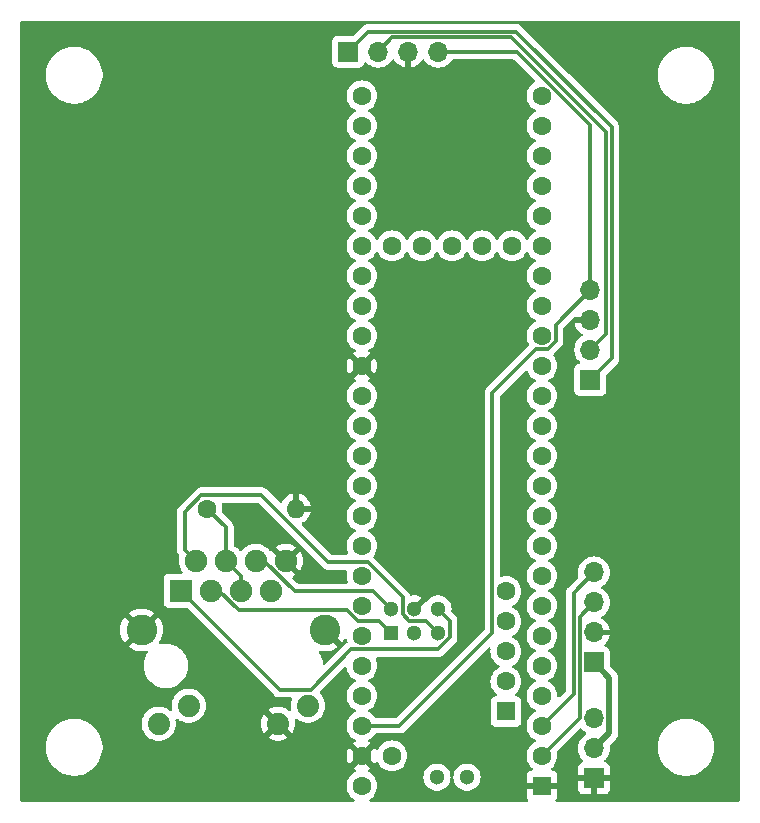
<source format=gbr>
%TF.GenerationSoftware,KiCad,Pcbnew,8.0.4*%
%TF.CreationDate,2024-07-28T19:43:17+02:00*%
%TF.ProjectId,Teensy_Custom_Board,5465656e-7379-45f4-9375-73746f6d5f42,1.0*%
%TF.SameCoordinates,Original*%
%TF.FileFunction,Copper,L1,Top*%
%TF.FilePolarity,Positive*%
%FSLAX46Y46*%
G04 Gerber Fmt 4.6, Leading zero omitted, Abs format (unit mm)*
G04 Created by KiCad (PCBNEW 8.0.4) date 2024-07-28 19:43:17*
%MOMM*%
%LPD*%
G01*
G04 APERTURE LIST*
%TA.AperFunction,ComponentPad*%
%ADD10C,1.600000*%
%TD*%
%TA.AperFunction,ComponentPad*%
%ADD11O,1.600000X1.600000*%
%TD*%
%TA.AperFunction,ComponentPad*%
%ADD12R,1.700000X1.700000*%
%TD*%
%TA.AperFunction,ComponentPad*%
%ADD13O,1.700000X1.700000*%
%TD*%
%TA.AperFunction,ComponentPad*%
%ADD14C,1.300000*%
%TD*%
%TA.AperFunction,ComponentPad*%
%ADD15R,1.300000X1.300000*%
%TD*%
%TA.AperFunction,ComponentPad*%
%ADD16R,1.600000X1.600000*%
%TD*%
%TA.AperFunction,ComponentPad*%
%ADD17C,1.890000*%
%TD*%
%TA.AperFunction,ComponentPad*%
%ADD18R,1.900000X1.900000*%
%TD*%
%TA.AperFunction,ComponentPad*%
%ADD19C,1.900000*%
%TD*%
%TA.AperFunction,ComponentPad*%
%ADD20C,2.600000*%
%TD*%
%TA.AperFunction,Conductor*%
%ADD21C,0.500000*%
%TD*%
%TA.AperFunction,Conductor*%
%ADD22C,0.300000*%
%TD*%
G04 APERTURE END LIST*
D10*
%TO.P,C1,1*%
%TO.N,Net-(J1-RCT)*%
X130950000Y-79500000D03*
D11*
%TO.P,C1,2*%
%TO.N,GND*%
X138450000Y-79500000D03*
%TD*%
D12*
%TO.P,J5,1,Pin_1*%
%TO.N,Net-(J4-Pin_2)*%
X163700000Y-92520000D03*
D13*
%TO.P,J5,2,Pin_2*%
%TO.N,GND*%
X163700000Y-89980000D03*
%TO.P,J5,3,Pin_3*%
%TO.N,Net-(J5-Pin_3)*%
X163700000Y-87440000D03*
%TO.P,J5,4,Pin_4*%
%TO.N,Net-(J5-Pin_4)*%
X163700000Y-84900000D03*
%TD*%
D14*
%TO.P,U1,67,D+*%
%TO.N,unconnected-(U1-D+-Pad67)*%
X152950000Y-102229200D03*
%TO.P,U1,66,D-*%
%TO.N,unconnected-(U1-D--Pad66)*%
X150410000Y-102229200D03*
%TO.P,U1,65,R-*%
%TO.N,Net-(J1-RD-)*%
X146498400Y-87989200D03*
%TO.P,U1,64,GND*%
%TO.N,GND*%
X148498400Y-87989200D03*
%TO.P,U1,63,T+*%
%TO.N,Net-(J1-TD+)*%
X150498400Y-87989200D03*
%TO.P,U1,62,T-*%
%TO.N,Net-(J1-TD-)*%
X150498400Y-89989200D03*
%TO.P,U1,61,LED*%
%TO.N,Net-(U1-LED)*%
X148498400Y-89989200D03*
D15*
%TO.P,U1,60,R+*%
%TO.N,Net-(J1-RD+)*%
X146498400Y-89989200D03*
D10*
%TO.P,U1,59,GND*%
%TO.N,unconnected-(U1-GND-Pad59)*%
X156249200Y-86500000D03*
%TO.P,U1,58,GND*%
%TO.N,unconnected-(U1-GND-Pad58)*%
X156249200Y-89040000D03*
%TO.P,U1,57,D+*%
%TO.N,unconnected-(U1-D+-Pad57)*%
X156249200Y-91580000D03*
%TO.P,U1,56,D-*%
%TO.N,unconnected-(U1-D--Pad56)*%
X156249200Y-94120000D03*
D16*
%TO.P,U1,55,5V*%
%TO.N,unconnected-(U1-5V-Pad55)*%
X156249200Y-96660000D03*
D10*
%TO.P,U1,54,ON_OFF*%
%TO.N,unconnected-(U1-ON_OFF-Pad54)*%
X146600000Y-57239200D03*
%TO.P,U1,53,PROGRAM*%
%TO.N,unconnected-(U1-PROGRAM-Pad53)*%
X149140000Y-57239200D03*
%TO.P,U1,52,GND*%
%TO.N,unconnected-(U1-GND-Pad52)*%
X151680000Y-57239200D03*
%TO.P,U1,51,3V3*%
%TO.N,unconnected-(U1-3V3-Pad51)*%
X154220000Y-57239200D03*
%TO.P,U1,50,VBAT*%
%TO.N,unconnected-(U1-VBAT-Pad50)*%
X156760000Y-57239200D03*
%TO.P,U1,49,VUSB*%
%TO.N,Net-(J4-Pin_3)*%
X146600000Y-100419200D03*
%TO.P,U1,48,VIN*%
%TO.N,Net-(J4-Pin_2)*%
X144060000Y-102959200D03*
%TO.P,U1,47,GND*%
%TO.N,GND*%
X144060000Y-100419200D03*
%TO.P,U1,46,3V3*%
%TO.N,Net-(J2-Pin_4)*%
X144060000Y-97879200D03*
%TO.P,U1,45,23_A9_CRX1_MCLK1*%
%TO.N,unconnected-(U1-23_A9_CRX1_MCLK1-Pad45)*%
X144060000Y-95339200D03*
%TO.P,U1,44,22_A8_CTX1*%
%TO.N,unconnected-(U1-22_A8_CTX1-Pad44)*%
X144060000Y-92799200D03*
%TO.P,U1,43,21_A7_RX5_BCLK1*%
%TO.N,unconnected-(U1-21_A7_RX5_BCLK1-Pad43)*%
X144060000Y-90259200D03*
%TO.P,U1,42,20_A6_TX5_LRCLK1*%
%TO.N,unconnected-(U1-20_A6_TX5_LRCLK1-Pad42)*%
X144060000Y-87719200D03*
%TO.P,U1,41,19_A5_SCL*%
%TO.N,Net-(J2-Pin_1)*%
X144060000Y-85179200D03*
%TO.P,U1,40,18_A4_SDA*%
%TO.N,Net-(J2-Pin_2)*%
X144060000Y-82639200D03*
%TO.P,U1,39,17_A3_TX4_SDA1*%
%TO.N,unconnected-(U1-17_A3_TX4_SDA1-Pad39)*%
X144060000Y-80099200D03*
%TO.P,U1,38,16_A2_RX4_SCL1*%
%TO.N,unconnected-(U1-16_A2_RX4_SCL1-Pad38)*%
X144060000Y-77559200D03*
%TO.P,U1,37,15_A1_RX3_SPDIF_IN*%
%TO.N,unconnected-(U1-15_A1_RX3_SPDIF_IN-Pad37)*%
X144060000Y-75019200D03*
%TO.P,U1,36,14_A0_TX3_SPDIF_OUT*%
%TO.N,unconnected-(U1-14_A0_TX3_SPDIF_OUT-Pad36)*%
X144060000Y-72479200D03*
%TO.P,U1,35,13_SCK_LED*%
%TO.N,unconnected-(U1-13_SCK_LED-Pad35)*%
X144060000Y-69939200D03*
%TO.P,U1,34,GND*%
%TO.N,GND*%
X144060000Y-67399200D03*
%TO.P,U1,33,41_A17*%
%TO.N,unconnected-(U1-41_A17-Pad33)*%
X144060000Y-64859200D03*
%TO.P,U1,32,40_A16*%
%TO.N,unconnected-(U1-40_A16-Pad32)*%
X144060000Y-62319200D03*
%TO.P,U1,31,39_MISO1_OUT1A*%
%TO.N,unconnected-(U1-39_MISO1_OUT1A-Pad31)*%
X144060000Y-59779200D03*
%TO.P,U1,30,38_CS1_IN1*%
%TO.N,unconnected-(U1-38_CS1_IN1-Pad30)*%
X144060000Y-57239200D03*
%TO.P,U1,29,37_CS*%
%TO.N,unconnected-(U1-37_CS-Pad29)*%
X144060000Y-54699200D03*
%TO.P,U1,28,36_CS*%
%TO.N,unconnected-(U1-36_CS-Pad28)*%
X144060000Y-52159200D03*
%TO.P,U1,27,35_TX8*%
%TO.N,unconnected-(U1-35_TX8-Pad27)*%
X144060000Y-49619200D03*
%TO.P,U1,26,34_RX8*%
%TO.N,unconnected-(U1-34_RX8-Pad26)*%
X144060000Y-47079200D03*
%TO.P,U1,25,33_MCLK2*%
%TO.N,unconnected-(U1-33_MCLK2-Pad25)*%
X144060000Y-44539200D03*
%TO.P,U1,24,32_OUT1B*%
%TO.N,unconnected-(U1-32_OUT1B-Pad24)*%
X159300000Y-44539200D03*
%TO.P,U1,23,31_CTX3*%
%TO.N,unconnected-(U1-31_CTX3-Pad23)*%
X159300000Y-47079200D03*
%TO.P,U1,22,30_CRX3*%
%TO.N,unconnected-(U1-30_CRX3-Pad22)*%
X159300000Y-49619200D03*
%TO.P,U1,21,29_TX7*%
%TO.N,unconnected-(U1-29_TX7-Pad21)*%
X159300000Y-52159200D03*
%TO.P,U1,20,28_RX7*%
%TO.N,unconnected-(U1-28_RX7-Pad20)*%
X159300000Y-54699200D03*
%TO.P,U1,19,27_A13_SCK1*%
%TO.N,unconnected-(U1-27_A13_SCK1-Pad19)*%
X159300000Y-57239200D03*
%TO.P,U1,18,26_A12_MOSI1*%
%TO.N,unconnected-(U1-26_A12_MOSI1-Pad18)*%
X159300000Y-59779200D03*
%TO.P,U1,17,25_A11_RX6_SDA2*%
%TO.N,unconnected-(U1-25_A11_RX6_SDA2-Pad17)*%
X159300000Y-62319200D03*
%TO.P,U1,16,24_A10_TX6_SCL2*%
%TO.N,unconnected-(U1-24_A10_TX6_SCL2-Pad16)*%
X159300000Y-64859200D03*
%TO.P,U1,15,3V3*%
%TO.N,unconnected-(U1-3V3-Pad15)*%
X159300000Y-67399200D03*
%TO.P,U1,14,12_MISO_MQSL*%
%TO.N,unconnected-(U1-12_MISO_MQSL-Pad14)*%
X159300000Y-69939200D03*
%TO.P,U1,13,11_MOSI_CTX1*%
%TO.N,unconnected-(U1-11_MOSI_CTX1-Pad13)*%
X159300000Y-72479200D03*
%TO.P,U1,12,10_CS_MQSR*%
%TO.N,unconnected-(U1-10_CS_MQSR-Pad12)*%
X159300000Y-75019200D03*
%TO.P,U1,11,9_OUT1C*%
%TO.N,unconnected-(U1-9_OUT1C-Pad11)*%
X159300000Y-77559200D03*
%TO.P,U1,10,8_TX2_IN1*%
%TO.N,unconnected-(U1-8_TX2_IN1-Pad10)*%
X159300000Y-80099200D03*
%TO.P,U1,9,7_RX2_OUT1A*%
%TO.N,unconnected-(U1-7_RX2_OUT1A-Pad9)*%
X159300000Y-82639200D03*
%TO.P,U1,8,6_OUT1D*%
%TO.N,unconnected-(U1-6_OUT1D-Pad8)*%
X159300000Y-85179200D03*
%TO.P,U1,7,5_IN2*%
%TO.N,unconnected-(U1-5_IN2-Pad7)*%
X159300000Y-87719200D03*
%TO.P,U1,6,4_BCLK2*%
%TO.N,unconnected-(U1-4_BCLK2-Pad6)*%
X159300000Y-90259200D03*
%TO.P,U1,5,3_LRCLK2*%
%TO.N,unconnected-(U1-3_LRCLK2-Pad5)*%
X159300000Y-92799200D03*
%TO.P,U1,4,2_OUT2*%
%TO.N,unconnected-(U1-2_OUT2-Pad4)*%
X159300000Y-95339200D03*
%TO.P,U1,3,1_TX1_CTX2_MISO1*%
%TO.N,Net-(J5-Pin_4)*%
X159300000Y-97879200D03*
%TO.P,U1,2,0_RX1_CRX2_CS1*%
%TO.N,Net-(J5-Pin_3)*%
X159300000Y-100419200D03*
D16*
%TO.P,U1,1,GND*%
%TO.N,GND*%
X159300000Y-102959200D03*
%TD*%
D12*
%TO.P,J3,1,Pin_1*%
%TO.N,Net-(J2-Pin_1)*%
X142900000Y-40800000D03*
D13*
%TO.P,J3,2,Pin_2*%
%TO.N,Net-(J2-Pin_2)*%
X145440000Y-40800000D03*
%TO.P,J3,3,Pin_3*%
%TO.N,GND*%
X147980000Y-40800000D03*
%TO.P,J3,4,Pin_4*%
%TO.N,Net-(J2-Pin_4)*%
X150520000Y-40800000D03*
%TD*%
D17*
%TO.P,J1,L1*%
%TO.N,Net-(U1-LED)*%
X139500000Y-96180000D03*
%TO.P,J1,L2*%
%TO.N,GND*%
X136960000Y-97700000D03*
%TO.P,J1,L3*%
%TO.N,unconnected-(J1-PadL3)*%
X129390000Y-96180000D03*
%TO.P,J1,L4*%
%TO.N,unconnected-(J1-PadL4)*%
X126850000Y-97700000D03*
D18*
%TO.P,J1,R1,TD+*%
%TO.N,Net-(J1-TD+)*%
X128730000Y-86460000D03*
D19*
%TO.P,J1,R2,TD-*%
%TO.N,Net-(J1-TD-)*%
X130000000Y-83920000D03*
%TO.P,J1,R3,RD+*%
%TO.N,Net-(J1-RD+)*%
X131270000Y-86460000D03*
%TO.P,J1,R4,TCT*%
%TO.N,Net-(J1-RCT)*%
X132540000Y-83920000D03*
%TO.P,J1,R5,RCT*%
X133810000Y-86460000D03*
%TO.P,J1,R6,RD-*%
%TO.N,Net-(J1-RD-)*%
X135080000Y-83920000D03*
%TO.P,J1,R7,NC*%
%TO.N,unconnected-(J1-NC-PadR7)*%
X136350000Y-86460000D03*
%TO.P,J1,R8*%
%TO.N,GND*%
X137620000Y-83920000D03*
D20*
%TO.P,J1,SH*%
X125400000Y-89750000D03*
X140950000Y-89750000D03*
%TD*%
D12*
%TO.P,J4,1,Pin_1*%
%TO.N,GND*%
X163700000Y-102325000D03*
D13*
%TO.P,J4,2,Pin_2*%
%TO.N,Net-(J4-Pin_2)*%
X163700000Y-99785000D03*
%TO.P,J4,3,Pin_3*%
%TO.N,Net-(J4-Pin_3)*%
X163700000Y-97245000D03*
%TD*%
D12*
%TO.P,J2,1,Pin_1*%
%TO.N,Net-(J2-Pin_1)*%
X163400000Y-68580000D03*
D13*
%TO.P,J2,2,Pin_2*%
%TO.N,Net-(J2-Pin_2)*%
X163400000Y-66040000D03*
%TO.P,J2,3,Pin_3*%
%TO.N,GND*%
X163400000Y-63500000D03*
%TO.P,J2,4,Pin_4*%
%TO.N,Net-(J2-Pin_4)*%
X163400000Y-60960000D03*
%TD*%
D21*
%TO.N,Net-(J4-Pin_2)*%
X165000000Y-93820000D02*
X165000000Y-98485000D01*
X163700000Y-92520000D02*
X165000000Y-93820000D01*
X165000000Y-98485000D02*
X163700000Y-99785000D01*
D22*
%TO.N,Net-(J2-Pin_1)*%
X165200000Y-66780000D02*
X163400000Y-68580000D01*
X165200000Y-47200000D02*
X165200000Y-66780000D01*
X157100000Y-39100000D02*
X165200000Y-47200000D01*
X144600000Y-39100000D02*
X157100000Y-39100000D01*
X142900000Y-40800000D02*
X144600000Y-39100000D01*
%TO.N,Net-(J2-Pin_2)*%
X164700000Y-64740000D02*
X163400000Y-66040000D01*
X156694252Y-39600000D02*
X164700000Y-47605748D01*
X146640000Y-39600000D02*
X156694252Y-39600000D01*
X164700000Y-47605748D02*
X164700000Y-64740000D01*
X145440000Y-40800000D02*
X146640000Y-39600000D01*
%TO.N,Net-(J2-Pin_4)*%
X163400000Y-47012854D02*
X163400000Y-60960000D01*
X157187146Y-40800000D02*
X163400000Y-47012854D01*
X150520000Y-40800000D02*
X157187146Y-40800000D01*
X155099200Y-69733654D02*
X158823654Y-66009200D01*
X155099200Y-90000800D02*
X155099200Y-69733654D01*
X160450000Y-63910000D02*
X163400000Y-60960000D01*
X147220800Y-97879200D02*
X155099200Y-90000800D01*
X159776346Y-66009200D02*
X160450000Y-65335546D01*
X160450000Y-65335546D02*
X160450000Y-63910000D01*
X144060000Y-97879200D02*
X147220800Y-97879200D01*
X158823654Y-66009200D02*
X159776346Y-66009200D01*
%TO.N,Net-(J1-TD+)*%
X151498400Y-88989200D02*
X150498400Y-87989200D01*
X143144582Y-91409200D02*
X150492614Y-91409200D01*
X137095000Y-94825000D02*
X139728782Y-94825000D01*
X139728782Y-94825000D02*
X143144582Y-91409200D01*
X150492614Y-91409200D02*
X151498400Y-90403414D01*
X151498400Y-90403414D02*
X151498400Y-88989200D01*
X128730000Y-86460000D02*
X137095000Y-94825000D01*
%TO.N,Net-(J1-RD+)*%
X145509200Y-89000000D02*
X146498400Y-89989200D01*
X143714454Y-89000000D02*
X145509200Y-89000000D01*
X131971522Y-86460000D02*
X133611522Y-88100000D01*
X133611522Y-88100000D02*
X142814454Y-88100000D01*
X131270000Y-86460000D02*
X131971522Y-86460000D01*
X142814454Y-88100000D02*
X143714454Y-89000000D01*
%TO.N,Net-(J1-RCT)*%
X133810000Y-85190000D02*
X133810000Y-86460000D01*
X132540000Y-83920000D02*
X133810000Y-85190000D01*
%TO.N,Net-(J1-TD-)*%
X149498400Y-88989200D02*
X150498400Y-89989200D01*
X147498400Y-88403414D02*
X148084186Y-88989200D01*
X148084186Y-88989200D02*
X149498400Y-88989200D01*
X147498400Y-86991254D02*
X147498400Y-88403414D01*
X144536346Y-84029200D02*
X147498400Y-86991254D01*
X141229200Y-84029200D02*
X144536346Y-84029200D01*
X135550000Y-78350000D02*
X141229200Y-84029200D01*
X130473654Y-78350000D02*
X135550000Y-78350000D01*
X129050001Y-79773653D02*
X130473654Y-78350000D01*
X129050001Y-82970001D02*
X129050001Y-79773653D01*
X130000000Y-83920000D02*
X129050001Y-82970001D01*
%TO.N,Net-(J1-RD-)*%
X138361522Y-86500000D02*
X145009200Y-86500000D01*
X135781522Y-83920000D02*
X138361522Y-86500000D01*
X135080000Y-83920000D02*
X135781522Y-83920000D01*
X145009200Y-86500000D02*
X146498400Y-87989200D01*
%TO.N,Net-(J1-RCT)*%
X132540000Y-81090000D02*
X130950000Y-79500000D01*
X132540000Y-83920000D02*
X132540000Y-81090000D01*
%TO.N,Net-(J5-Pin_4)*%
X162000000Y-86600000D02*
X163700000Y-84900000D01*
X162000000Y-95179200D02*
X162000000Y-86600000D01*
X159300000Y-97879200D02*
X162000000Y-95179200D01*
%TO.N,Net-(J5-Pin_3)*%
X162500000Y-88640000D02*
X163700000Y-87440000D01*
X162500000Y-97219200D02*
X162500000Y-88640000D01*
X159300000Y-100419200D02*
X162500000Y-97219200D01*
%TD*%
%TA.AperFunction,Conductor*%
%TO.N,GND*%
G36*
X176042539Y-38220185D02*
G01*
X176088294Y-38272989D01*
X176099500Y-38324500D01*
X176099500Y-104175500D01*
X176079815Y-104242539D01*
X176027011Y-104288294D01*
X175975500Y-104299500D01*
X160567834Y-104299500D01*
X160500795Y-104279815D01*
X160455040Y-104227011D01*
X160445096Y-104157853D01*
X160468568Y-104101188D01*
X160543352Y-104001289D01*
X160543354Y-104001286D01*
X160593596Y-103866579D01*
X160593598Y-103866572D01*
X160599999Y-103807044D01*
X160600000Y-103807027D01*
X160600000Y-103209200D01*
X159790748Y-103209200D01*
X159812518Y-103171492D01*
X159850000Y-103031609D01*
X159850000Y-102886791D01*
X159812518Y-102746908D01*
X159790748Y-102709200D01*
X160600000Y-102709200D01*
X160600000Y-102111372D01*
X160599999Y-102111355D01*
X160593598Y-102051827D01*
X160593596Y-102051820D01*
X160543354Y-101917113D01*
X160543350Y-101917106D01*
X160457190Y-101802012D01*
X160457187Y-101802009D01*
X160342093Y-101715849D01*
X160342086Y-101715845D01*
X160207379Y-101665603D01*
X160207373Y-101665601D01*
X160171778Y-101661774D01*
X160107228Y-101635035D01*
X160067381Y-101577641D01*
X160064888Y-101507816D01*
X160100542Y-101447728D01*
X160113913Y-101436910D01*
X160139139Y-101419247D01*
X160300047Y-101258339D01*
X160430568Y-101071934D01*
X160526739Y-100865696D01*
X160585635Y-100645892D01*
X160605468Y-100419200D01*
X160585635Y-100192508D01*
X160574790Y-100152034D01*
X160576453Y-100082184D01*
X160606882Y-100032262D01*
X162504445Y-98134699D01*
X162565766Y-98101216D01*
X162635458Y-98106200D01*
X162679805Y-98134701D01*
X162828597Y-98283493D01*
X162828603Y-98283498D01*
X163014158Y-98413425D01*
X163057783Y-98468002D01*
X163064977Y-98537500D01*
X163033454Y-98599855D01*
X163014158Y-98616575D01*
X162828597Y-98746505D01*
X162661505Y-98913597D01*
X162525965Y-99107169D01*
X162525964Y-99107171D01*
X162426098Y-99321335D01*
X162426094Y-99321344D01*
X162364938Y-99549586D01*
X162364936Y-99549596D01*
X162344341Y-99784999D01*
X162344341Y-99785000D01*
X162364936Y-100020403D01*
X162364938Y-100020413D01*
X162426094Y-100248655D01*
X162426096Y-100248659D01*
X162426097Y-100248663D01*
X162505621Y-100419202D01*
X162525965Y-100462830D01*
X162525967Y-100462834D01*
X162546116Y-100491609D01*
X162661501Y-100656396D01*
X162661506Y-100656402D01*
X162783818Y-100778714D01*
X162817303Y-100840037D01*
X162812319Y-100909729D01*
X162770447Y-100965662D01*
X162739471Y-100982577D01*
X162607912Y-101031646D01*
X162607906Y-101031649D01*
X162492812Y-101117809D01*
X162492809Y-101117812D01*
X162406649Y-101232906D01*
X162406645Y-101232913D01*
X162356403Y-101367620D01*
X162356401Y-101367627D01*
X162350000Y-101427155D01*
X162350000Y-102075000D01*
X163266988Y-102075000D01*
X163234075Y-102132007D01*
X163200000Y-102259174D01*
X163200000Y-102390826D01*
X163234075Y-102517993D01*
X163266988Y-102575000D01*
X162350000Y-102575000D01*
X162350000Y-103222844D01*
X162356401Y-103282372D01*
X162356403Y-103282379D01*
X162406645Y-103417086D01*
X162406649Y-103417093D01*
X162492809Y-103532187D01*
X162492812Y-103532190D01*
X162607906Y-103618350D01*
X162607913Y-103618354D01*
X162742620Y-103668596D01*
X162742627Y-103668598D01*
X162802155Y-103674999D01*
X162802172Y-103675000D01*
X163450000Y-103675000D01*
X163450000Y-102758012D01*
X163507007Y-102790925D01*
X163634174Y-102825000D01*
X163765826Y-102825000D01*
X163892993Y-102790925D01*
X163950000Y-102758012D01*
X163950000Y-103675000D01*
X164597828Y-103675000D01*
X164597844Y-103674999D01*
X164657372Y-103668598D01*
X164657379Y-103668596D01*
X164792086Y-103618354D01*
X164792093Y-103618350D01*
X164907187Y-103532190D01*
X164907190Y-103532187D01*
X164993350Y-103417093D01*
X164993354Y-103417086D01*
X165043596Y-103282379D01*
X165043598Y-103282372D01*
X165049999Y-103222844D01*
X165050000Y-103222827D01*
X165050000Y-102575000D01*
X164133012Y-102575000D01*
X164165925Y-102517993D01*
X164200000Y-102390826D01*
X164200000Y-102259174D01*
X164165925Y-102132007D01*
X164133012Y-102075000D01*
X165050000Y-102075000D01*
X165050000Y-101427172D01*
X165049999Y-101427155D01*
X165043598Y-101367627D01*
X165043596Y-101367620D01*
X164993354Y-101232913D01*
X164993350Y-101232906D01*
X164907190Y-101117812D01*
X164907187Y-101117809D01*
X164792093Y-101031649D01*
X164792088Y-101031646D01*
X164660528Y-100982577D01*
X164604595Y-100940705D01*
X164580178Y-100875241D01*
X164595030Y-100806968D01*
X164616175Y-100778720D01*
X164738495Y-100656401D01*
X164874035Y-100462830D01*
X164973903Y-100248663D01*
X165035063Y-100020408D01*
X165055659Y-99785000D01*
X165054037Y-99766466D01*
X165037022Y-99571985D01*
X165038388Y-99565186D01*
X169099500Y-99565186D01*
X169099500Y-99834813D01*
X169129686Y-100102719D01*
X169129688Y-100102731D01*
X169189684Y-100365594D01*
X169189687Y-100365602D01*
X169278734Y-100620082D01*
X169395714Y-100862994D01*
X169403409Y-100875241D01*
X169539162Y-101091289D01*
X169707266Y-101302085D01*
X169897915Y-101492734D01*
X170108711Y-101660838D01*
X170337003Y-101804284D01*
X170337005Y-101804285D01*
X170352625Y-101811807D01*
X170579921Y-101921267D01*
X170771049Y-101988145D01*
X170834397Y-102010312D01*
X170834405Y-102010315D01*
X170834408Y-102010315D01*
X170834409Y-102010316D01*
X171097268Y-102070312D01*
X171365187Y-102100499D01*
X171365188Y-102100500D01*
X171365191Y-102100500D01*
X171634812Y-102100500D01*
X171634812Y-102100499D01*
X171902732Y-102070312D01*
X172165591Y-102010316D01*
X172420079Y-101921267D01*
X172662997Y-101804284D01*
X172891289Y-101660838D01*
X173102085Y-101492734D01*
X173292734Y-101302085D01*
X173460838Y-101091289D01*
X173604284Y-100862997D01*
X173721267Y-100620079D01*
X173810316Y-100365591D01*
X173870312Y-100102732D01*
X173900500Y-99834809D01*
X173900500Y-99565191D01*
X173870312Y-99297268D01*
X173810316Y-99034409D01*
X173808173Y-99028286D01*
X173785474Y-98963415D01*
X173721267Y-98779921D01*
X173604284Y-98537003D01*
X173460838Y-98308711D01*
X173292734Y-98097915D01*
X173102085Y-97907266D01*
X172891289Y-97739162D01*
X172662997Y-97595716D01*
X172662994Y-97595714D01*
X172420082Y-97478734D01*
X172165602Y-97389687D01*
X172165594Y-97389684D01*
X171965047Y-97343911D01*
X171902732Y-97329688D01*
X171902728Y-97329687D01*
X171902719Y-97329686D01*
X171634813Y-97299500D01*
X171634809Y-97299500D01*
X171365191Y-97299500D01*
X171365186Y-97299500D01*
X171097280Y-97329686D01*
X171097268Y-97329688D01*
X170834405Y-97389684D01*
X170834397Y-97389687D01*
X170579917Y-97478734D01*
X170337005Y-97595714D01*
X170108712Y-97739161D01*
X169897915Y-97907265D01*
X169707265Y-98097915D01*
X169539161Y-98308712D01*
X169395714Y-98537005D01*
X169278734Y-98779917D01*
X169189687Y-99034397D01*
X169189684Y-99034405D01*
X169129688Y-99297268D01*
X169129686Y-99297280D01*
X169099500Y-99565186D01*
X165038388Y-99565186D01*
X165050788Y-99503485D01*
X165072865Y-99473500D01*
X165582952Y-98963415D01*
X165610205Y-98922627D01*
X165665084Y-98840495D01*
X165715683Y-98718339D01*
X165721659Y-98703912D01*
X165750500Y-98558917D01*
X165750500Y-98411082D01*
X165750500Y-93746082D01*
X165736063Y-93673504D01*
X165721659Y-93601088D01*
X165688278Y-93520500D01*
X165665084Y-93464505D01*
X165665083Y-93464504D01*
X165665080Y-93464498D01*
X165582952Y-93341585D01*
X165582951Y-93341584D01*
X165478416Y-93237049D01*
X165086818Y-92845451D01*
X165053333Y-92784128D01*
X165050499Y-92757770D01*
X165050499Y-91622129D01*
X165050498Y-91622123D01*
X165044091Y-91562516D01*
X164993797Y-91427671D01*
X164993793Y-91427664D01*
X164907547Y-91312455D01*
X164907544Y-91312452D01*
X164792335Y-91226206D01*
X164792328Y-91226202D01*
X164660401Y-91176997D01*
X164604467Y-91135126D01*
X164580050Y-91069662D01*
X164594902Y-91001389D01*
X164616053Y-90973133D01*
X164738108Y-90851078D01*
X164873600Y-90657578D01*
X164973429Y-90443492D01*
X164973432Y-90443486D01*
X165030636Y-90230000D01*
X164133012Y-90230000D01*
X164165925Y-90172993D01*
X164200000Y-90045826D01*
X164200000Y-89914174D01*
X164165925Y-89787007D01*
X164133012Y-89730000D01*
X165030636Y-89730000D01*
X165030635Y-89729999D01*
X164973432Y-89516513D01*
X164973429Y-89516507D01*
X164873600Y-89302422D01*
X164873599Y-89302420D01*
X164738113Y-89108926D01*
X164738108Y-89108920D01*
X164571078Y-88941890D01*
X164385405Y-88811879D01*
X164341780Y-88757302D01*
X164334588Y-88687804D01*
X164366110Y-88625449D01*
X164385406Y-88608730D01*
X164434246Y-88574532D01*
X164571401Y-88478495D01*
X164738495Y-88311401D01*
X164874035Y-88117830D01*
X164973903Y-87903663D01*
X165035063Y-87675408D01*
X165055659Y-87440000D01*
X165035063Y-87204592D01*
X164973903Y-86976337D01*
X164874035Y-86762171D01*
X164849193Y-86726692D01*
X164738494Y-86568597D01*
X164571402Y-86401506D01*
X164571396Y-86401501D01*
X164385842Y-86271575D01*
X164342217Y-86216998D01*
X164335023Y-86147500D01*
X164366546Y-86085145D01*
X164385842Y-86068425D01*
X164491099Y-85994723D01*
X164571401Y-85938495D01*
X164738495Y-85771401D01*
X164874035Y-85577830D01*
X164973903Y-85363663D01*
X165035063Y-85135408D01*
X165055659Y-84900000D01*
X165035063Y-84664592D01*
X164973903Y-84436337D01*
X164874035Y-84222171D01*
X164855925Y-84196306D01*
X164738494Y-84028597D01*
X164571402Y-83861506D01*
X164571395Y-83861501D01*
X164377834Y-83725967D01*
X164377830Y-83725965D01*
X164377828Y-83725964D01*
X164163663Y-83626097D01*
X164163659Y-83626096D01*
X164163655Y-83626094D01*
X163935413Y-83564938D01*
X163935403Y-83564936D01*
X163700001Y-83544341D01*
X163699999Y-83544341D01*
X163464596Y-83564936D01*
X163464586Y-83564938D01*
X163236344Y-83626094D01*
X163236335Y-83626098D01*
X163022171Y-83725964D01*
X163022169Y-83725965D01*
X162828597Y-83861505D01*
X162661505Y-84028597D01*
X162525965Y-84222169D01*
X162525964Y-84222171D01*
X162426098Y-84436335D01*
X162426094Y-84436344D01*
X162364938Y-84664586D01*
X162364936Y-84664596D01*
X162344341Y-84899999D01*
X162344341Y-84900000D01*
X162364936Y-85135403D01*
X162364939Y-85135416D01*
X162384384Y-85207989D01*
X162382721Y-85277839D01*
X162352290Y-85327762D01*
X161494722Y-86185331D01*
X161494720Y-86185333D01*
X161473564Y-86216998D01*
X161461494Y-86235063D01*
X161446289Y-86257818D01*
X161423534Y-86291873D01*
X161374499Y-86410255D01*
X161374497Y-86410261D01*
X161349500Y-86535928D01*
X161349500Y-94858391D01*
X161329815Y-94925430D01*
X161313181Y-94946072D01*
X160816208Y-95443044D01*
X160754885Y-95476529D01*
X160685193Y-95471545D01*
X160629260Y-95429673D01*
X160604843Y-95364209D01*
X160604998Y-95344561D01*
X160605468Y-95339200D01*
X160585635Y-95112508D01*
X160526739Y-94892704D01*
X160430568Y-94686466D01*
X160300047Y-94500061D01*
X160300045Y-94500058D01*
X160139141Y-94339154D01*
X159952734Y-94208632D01*
X159952728Y-94208629D01*
X159894725Y-94181582D01*
X159842285Y-94135410D01*
X159823133Y-94068217D01*
X159843348Y-94001335D01*
X159894725Y-93956818D01*
X159952734Y-93929768D01*
X160139139Y-93799247D01*
X160300047Y-93638339D01*
X160430568Y-93451934D01*
X160526739Y-93245696D01*
X160585635Y-93025892D01*
X160605468Y-92799200D01*
X160604149Y-92784128D01*
X160594783Y-92677073D01*
X160585635Y-92572508D01*
X160526739Y-92352704D01*
X160430568Y-92146466D01*
X160300047Y-91960061D01*
X160300045Y-91960058D01*
X160139141Y-91799154D01*
X159952734Y-91668632D01*
X159952728Y-91668629D01*
X159894725Y-91641582D01*
X159842285Y-91595410D01*
X159823133Y-91528217D01*
X159843348Y-91461335D01*
X159894725Y-91416818D01*
X159952734Y-91389768D01*
X160139139Y-91259247D01*
X160300047Y-91098339D01*
X160430568Y-90911934D01*
X160526739Y-90705696D01*
X160585635Y-90485892D01*
X160605468Y-90259200D01*
X160585635Y-90032508D01*
X160526739Y-89812704D01*
X160430568Y-89606466D01*
X160300047Y-89420061D01*
X160300045Y-89420058D01*
X160139141Y-89259154D01*
X159952734Y-89128632D01*
X159952728Y-89128629D01*
X159925038Y-89115717D01*
X159894724Y-89101581D01*
X159842285Y-89055410D01*
X159823133Y-88988217D01*
X159843348Y-88921335D01*
X159894725Y-88876818D01*
X159952734Y-88849768D01*
X160139139Y-88719247D01*
X160300047Y-88558339D01*
X160430568Y-88371934D01*
X160526739Y-88165696D01*
X160585635Y-87945892D01*
X160605468Y-87719200D01*
X160585635Y-87492508D01*
X160536157Y-87307853D01*
X160526741Y-87272711D01*
X160526738Y-87272702D01*
X160497869Y-87210793D01*
X160430568Y-87066466D01*
X160300047Y-86880061D01*
X160300045Y-86880058D01*
X160139141Y-86719154D01*
X159952734Y-86588632D01*
X159952728Y-86588629D01*
X159894725Y-86561582D01*
X159842285Y-86515410D01*
X159823133Y-86448217D01*
X159843348Y-86381335D01*
X159894725Y-86336818D01*
X159952734Y-86309768D01*
X160139139Y-86179247D01*
X160300047Y-86018339D01*
X160430568Y-85831934D01*
X160526739Y-85625696D01*
X160585635Y-85405892D01*
X160605468Y-85179200D01*
X160602089Y-85140583D01*
X160595582Y-85066202D01*
X160585635Y-84952508D01*
X160526739Y-84732704D01*
X160430568Y-84526466D01*
X160300047Y-84340061D01*
X160300045Y-84340058D01*
X160139141Y-84179154D01*
X159952734Y-84048632D01*
X159952728Y-84048629D01*
X159894725Y-84021582D01*
X159842285Y-83975410D01*
X159823133Y-83908217D01*
X159843348Y-83841335D01*
X159894725Y-83796818D01*
X159952734Y-83769768D01*
X160139139Y-83639247D01*
X160300047Y-83478339D01*
X160430568Y-83291934D01*
X160526739Y-83085696D01*
X160585635Y-82865892D01*
X160605468Y-82639200D01*
X160600951Y-82587576D01*
X160593239Y-82499421D01*
X160585635Y-82412508D01*
X160526739Y-82192704D01*
X160430568Y-81986466D01*
X160300047Y-81800061D01*
X160300045Y-81800058D01*
X160139141Y-81639154D01*
X159952734Y-81508632D01*
X159952728Y-81508629D01*
X159894725Y-81481582D01*
X159842285Y-81435410D01*
X159823133Y-81368217D01*
X159843348Y-81301335D01*
X159894725Y-81256818D01*
X159952734Y-81229768D01*
X160139139Y-81099247D01*
X160300047Y-80938339D01*
X160430568Y-80751934D01*
X160526739Y-80545696D01*
X160585635Y-80325892D01*
X160605468Y-80099200D01*
X160585635Y-79872508D01*
X160526739Y-79652704D01*
X160430568Y-79446466D01*
X160300047Y-79260061D01*
X160300045Y-79260058D01*
X160139141Y-79099154D01*
X159952734Y-78968632D01*
X159952728Y-78968629D01*
X159894725Y-78941582D01*
X159842285Y-78895410D01*
X159823133Y-78828217D01*
X159843348Y-78761335D01*
X159894725Y-78716818D01*
X159952734Y-78689768D01*
X160139139Y-78559247D01*
X160300047Y-78398339D01*
X160430568Y-78211934D01*
X160526739Y-78005696D01*
X160585635Y-77785892D01*
X160605468Y-77559200D01*
X160585635Y-77332508D01*
X160526739Y-77112704D01*
X160430568Y-76906466D01*
X160300047Y-76720061D01*
X160300045Y-76720058D01*
X160139141Y-76559154D01*
X159952734Y-76428632D01*
X159952728Y-76428629D01*
X159894725Y-76401582D01*
X159842285Y-76355410D01*
X159823133Y-76288217D01*
X159843348Y-76221335D01*
X159894725Y-76176818D01*
X159952734Y-76149768D01*
X160139139Y-76019247D01*
X160300047Y-75858339D01*
X160430568Y-75671934D01*
X160526739Y-75465696D01*
X160585635Y-75245892D01*
X160605468Y-75019200D01*
X160585635Y-74792508D01*
X160526739Y-74572704D01*
X160430568Y-74366466D01*
X160300047Y-74180061D01*
X160300045Y-74180058D01*
X160139141Y-74019154D01*
X159952734Y-73888632D01*
X159952728Y-73888629D01*
X159894725Y-73861582D01*
X159842285Y-73815410D01*
X159823133Y-73748217D01*
X159843348Y-73681335D01*
X159894725Y-73636818D01*
X159952734Y-73609768D01*
X160139139Y-73479247D01*
X160300047Y-73318339D01*
X160430568Y-73131934D01*
X160526739Y-72925696D01*
X160585635Y-72705892D01*
X160605468Y-72479200D01*
X160585635Y-72252508D01*
X160526739Y-72032704D01*
X160430568Y-71826466D01*
X160300047Y-71640061D01*
X160300045Y-71640058D01*
X160139141Y-71479154D01*
X159952734Y-71348632D01*
X159952728Y-71348629D01*
X159894725Y-71321582D01*
X159842285Y-71275410D01*
X159823133Y-71208217D01*
X159843348Y-71141335D01*
X159894725Y-71096818D01*
X159952734Y-71069768D01*
X160139139Y-70939247D01*
X160300047Y-70778339D01*
X160430568Y-70591934D01*
X160526739Y-70385696D01*
X160585635Y-70165892D01*
X160605468Y-69939200D01*
X160585635Y-69712508D01*
X160526739Y-69492704D01*
X160430568Y-69286466D01*
X160300047Y-69100061D01*
X160300045Y-69100058D01*
X160139141Y-68939154D01*
X159952734Y-68808632D01*
X159952728Y-68808629D01*
X159894725Y-68781582D01*
X159842285Y-68735410D01*
X159823133Y-68668217D01*
X159843348Y-68601335D01*
X159894725Y-68556818D01*
X159895319Y-68556541D01*
X159952734Y-68529768D01*
X160139139Y-68399247D01*
X160300047Y-68238339D01*
X160430568Y-68051934D01*
X160526739Y-67845696D01*
X160585635Y-67625892D01*
X160605468Y-67399200D01*
X160585635Y-67172508D01*
X160526739Y-66952704D01*
X160430568Y-66746466D01*
X160300047Y-66560061D01*
X160296942Y-66555626D01*
X160298751Y-66554359D01*
X160274530Y-66499056D01*
X160285551Y-66430061D01*
X160309844Y-66395647D01*
X160955277Y-65750215D01*
X161026466Y-65643672D01*
X161075501Y-65525289D01*
X161100500Y-65399615D01*
X161100500Y-65271477D01*
X161100500Y-64230807D01*
X161120185Y-64163768D01*
X161136814Y-64143131D01*
X161993628Y-63286317D01*
X162054948Y-63252834D01*
X162081306Y-63250000D01*
X162966988Y-63250000D01*
X162934075Y-63307007D01*
X162900000Y-63434174D01*
X162900000Y-63565826D01*
X162934075Y-63692993D01*
X162966988Y-63750000D01*
X162069364Y-63750000D01*
X162126567Y-63963486D01*
X162126570Y-63963492D01*
X162226399Y-64177578D01*
X162361894Y-64371082D01*
X162528917Y-64538105D01*
X162714595Y-64668119D01*
X162758219Y-64722696D01*
X162765412Y-64792195D01*
X162733890Y-64854549D01*
X162714595Y-64871269D01*
X162528594Y-65001508D01*
X162361505Y-65168597D01*
X162225965Y-65362169D01*
X162225964Y-65362171D01*
X162126098Y-65576335D01*
X162126094Y-65576344D01*
X162064938Y-65804586D01*
X162064936Y-65804596D01*
X162044341Y-66039999D01*
X162044341Y-66040000D01*
X162064936Y-66275403D01*
X162064938Y-66275413D01*
X162126094Y-66503655D01*
X162126096Y-66503659D01*
X162126097Y-66503663D01*
X162149737Y-66554359D01*
X162225965Y-66717830D01*
X162225967Y-66717834D01*
X162361501Y-66911395D01*
X162361506Y-66911402D01*
X162483430Y-67033326D01*
X162516915Y-67094649D01*
X162511931Y-67164341D01*
X162470059Y-67220274D01*
X162439083Y-67237189D01*
X162307669Y-67286203D01*
X162307664Y-67286206D01*
X162192455Y-67372452D01*
X162192452Y-67372455D01*
X162106206Y-67487664D01*
X162106202Y-67487671D01*
X162055908Y-67622517D01*
X162049501Y-67682116D01*
X162049500Y-67682135D01*
X162049500Y-69477870D01*
X162049501Y-69477876D01*
X162055908Y-69537483D01*
X162106202Y-69672328D01*
X162106206Y-69672335D01*
X162192452Y-69787544D01*
X162192455Y-69787547D01*
X162307664Y-69873793D01*
X162307671Y-69873797D01*
X162442517Y-69924091D01*
X162442516Y-69924091D01*
X162449444Y-69924835D01*
X162502127Y-69930500D01*
X164297872Y-69930499D01*
X164357483Y-69924091D01*
X164492331Y-69873796D01*
X164607546Y-69787546D01*
X164693796Y-69672331D01*
X164744091Y-69537483D01*
X164750500Y-69477873D01*
X164750499Y-68200807D01*
X164770184Y-68133769D01*
X164786818Y-68113127D01*
X165705271Y-67194675D01*
X165705271Y-67194674D01*
X165705276Y-67194670D01*
X165776465Y-67088127D01*
X165825501Y-66969744D01*
X165837106Y-66911402D01*
X165850500Y-66844071D01*
X165850500Y-47135928D01*
X165825502Y-47010261D01*
X165825501Y-47010260D01*
X165825501Y-47010256D01*
X165776465Y-46891873D01*
X165705277Y-46785331D01*
X165705275Y-46785329D01*
X165705273Y-46785326D01*
X161585133Y-42665186D01*
X169099500Y-42665186D01*
X169099500Y-42934813D01*
X169129686Y-43202719D01*
X169129688Y-43202731D01*
X169189684Y-43465594D01*
X169189687Y-43465602D01*
X169278734Y-43720082D01*
X169395714Y-43962994D01*
X169395716Y-43962997D01*
X169539162Y-44191289D01*
X169707266Y-44402085D01*
X169897915Y-44592734D01*
X170108711Y-44760838D01*
X170337003Y-44904284D01*
X170579921Y-45021267D01*
X170771049Y-45088145D01*
X170834397Y-45110312D01*
X170834405Y-45110315D01*
X170834408Y-45110315D01*
X170834409Y-45110316D01*
X171097268Y-45170312D01*
X171365187Y-45200499D01*
X171365188Y-45200500D01*
X171365191Y-45200500D01*
X171634812Y-45200500D01*
X171634812Y-45200499D01*
X171902732Y-45170312D01*
X172165591Y-45110316D01*
X172420079Y-45021267D01*
X172662997Y-44904284D01*
X172891289Y-44760838D01*
X173102085Y-44592734D01*
X173292734Y-44402085D01*
X173460838Y-44191289D01*
X173604284Y-43962997D01*
X173721267Y-43720079D01*
X173810316Y-43465591D01*
X173870312Y-43202732D01*
X173900500Y-42934809D01*
X173900500Y-42665191D01*
X173870312Y-42397268D01*
X173810316Y-42134409D01*
X173721267Y-41879921D01*
X173604284Y-41637003D01*
X173460838Y-41408711D01*
X173292734Y-41197915D01*
X173102085Y-41007266D01*
X172891289Y-40839162D01*
X172662997Y-40695716D01*
X172662994Y-40695714D01*
X172420082Y-40578734D01*
X172165602Y-40489687D01*
X172165594Y-40489684D01*
X171968446Y-40444687D01*
X171902732Y-40429688D01*
X171902728Y-40429687D01*
X171902719Y-40429686D01*
X171634813Y-40399500D01*
X171634809Y-40399500D01*
X171365191Y-40399500D01*
X171365186Y-40399500D01*
X171097280Y-40429686D01*
X171097268Y-40429688D01*
X170834405Y-40489684D01*
X170834397Y-40489687D01*
X170579917Y-40578734D01*
X170337005Y-40695714D01*
X170108712Y-40839161D01*
X169897915Y-41007265D01*
X169707265Y-41197915D01*
X169539161Y-41408712D01*
X169395714Y-41637005D01*
X169278734Y-41879917D01*
X169189687Y-42134397D01*
X169189684Y-42134405D01*
X169129688Y-42397268D01*
X169129686Y-42397280D01*
X169099500Y-42665186D01*
X161585133Y-42665186D01*
X157514673Y-38594726D01*
X157514669Y-38594723D01*
X157408127Y-38523535D01*
X157289744Y-38474499D01*
X157289738Y-38474497D01*
X157164071Y-38449500D01*
X157164069Y-38449500D01*
X144535931Y-38449500D01*
X144535929Y-38449500D01*
X144410261Y-38474497D01*
X144410255Y-38474499D01*
X144291874Y-38523534D01*
X144185326Y-38594726D01*
X143366871Y-39413181D01*
X143305548Y-39446666D01*
X143279190Y-39449500D01*
X142002129Y-39449500D01*
X142002123Y-39449501D01*
X141942516Y-39455908D01*
X141807671Y-39506202D01*
X141807664Y-39506206D01*
X141692455Y-39592452D01*
X141692452Y-39592455D01*
X141606206Y-39707664D01*
X141606202Y-39707671D01*
X141555908Y-39842517D01*
X141549501Y-39902116D01*
X141549500Y-39902135D01*
X141549500Y-41697870D01*
X141549501Y-41697876D01*
X141555908Y-41757483D01*
X141606202Y-41892328D01*
X141606206Y-41892335D01*
X141692452Y-42007544D01*
X141692455Y-42007547D01*
X141807664Y-42093793D01*
X141807671Y-42093797D01*
X141942517Y-42144091D01*
X141942516Y-42144091D01*
X141949444Y-42144835D01*
X142002127Y-42150500D01*
X143797872Y-42150499D01*
X143857483Y-42144091D01*
X143992331Y-42093796D01*
X144107546Y-42007546D01*
X144193796Y-41892331D01*
X144242810Y-41760916D01*
X144284681Y-41704984D01*
X144350145Y-41680566D01*
X144418418Y-41695417D01*
X144446673Y-41716569D01*
X144568599Y-41838495D01*
X144665384Y-41906265D01*
X144762165Y-41974032D01*
X144762167Y-41974033D01*
X144762170Y-41974035D01*
X144976337Y-42073903D01*
X145204592Y-42135063D01*
X145381034Y-42150500D01*
X145439999Y-42155659D01*
X145440000Y-42155659D01*
X145440001Y-42155659D01*
X145498966Y-42150500D01*
X145675408Y-42135063D01*
X145903663Y-42073903D01*
X146117830Y-41974035D01*
X146311401Y-41838495D01*
X146478495Y-41671401D01*
X146608730Y-41485405D01*
X146663307Y-41441781D01*
X146732805Y-41434587D01*
X146795160Y-41466110D01*
X146811879Y-41485405D01*
X146941890Y-41671078D01*
X147108917Y-41838105D01*
X147302421Y-41973600D01*
X147516507Y-42073429D01*
X147516516Y-42073433D01*
X147730000Y-42130634D01*
X147730000Y-41233012D01*
X147787007Y-41265925D01*
X147914174Y-41300000D01*
X148045826Y-41300000D01*
X148172993Y-41265925D01*
X148230000Y-41233012D01*
X148230000Y-42130633D01*
X148443483Y-42073433D01*
X148443492Y-42073429D01*
X148657578Y-41973600D01*
X148851082Y-41838105D01*
X149018105Y-41671082D01*
X149148119Y-41485405D01*
X149202696Y-41441781D01*
X149272195Y-41434588D01*
X149334549Y-41466110D01*
X149351269Y-41485405D01*
X149481505Y-41671401D01*
X149648599Y-41838495D01*
X149745384Y-41906265D01*
X149842165Y-41974032D01*
X149842167Y-41974033D01*
X149842170Y-41974035D01*
X150056337Y-42073903D01*
X150284592Y-42135063D01*
X150461034Y-42150500D01*
X150519999Y-42155659D01*
X150520000Y-42155659D01*
X150520001Y-42155659D01*
X150578966Y-42150500D01*
X150755408Y-42135063D01*
X150983663Y-42073903D01*
X151197830Y-41974035D01*
X151391401Y-41838495D01*
X151558495Y-41671401D01*
X151676147Y-41503377D01*
X151730724Y-41459752D01*
X151777722Y-41450500D01*
X156866338Y-41450500D01*
X156933377Y-41470185D01*
X156954019Y-41486819D01*
X158677922Y-43210722D01*
X158711407Y-43272045D01*
X158706423Y-43341737D01*
X158664551Y-43397670D01*
X158651667Y-43405412D01*
X158651961Y-43405921D01*
X158647268Y-43408630D01*
X158460858Y-43539154D01*
X158299954Y-43700058D01*
X158169432Y-43886465D01*
X158169431Y-43886467D01*
X158073261Y-44092702D01*
X158073258Y-44092711D01*
X158014366Y-44312502D01*
X158014364Y-44312513D01*
X157994532Y-44539198D01*
X157994532Y-44539201D01*
X158014364Y-44765886D01*
X158014366Y-44765897D01*
X158073258Y-44985688D01*
X158073261Y-44985697D01*
X158169431Y-45191932D01*
X158169432Y-45191934D01*
X158299954Y-45378341D01*
X158460858Y-45539245D01*
X158460861Y-45539247D01*
X158647266Y-45669768D01*
X158705275Y-45696818D01*
X158757714Y-45742991D01*
X158776866Y-45810184D01*
X158756650Y-45877065D01*
X158705275Y-45921582D01*
X158647267Y-45948631D01*
X158647265Y-45948632D01*
X158460858Y-46079154D01*
X158299954Y-46240058D01*
X158169432Y-46426465D01*
X158169431Y-46426467D01*
X158073261Y-46632702D01*
X158073258Y-46632711D01*
X158014366Y-46852502D01*
X158014364Y-46852513D01*
X157994532Y-47079198D01*
X157994532Y-47079201D01*
X158014364Y-47305886D01*
X158014366Y-47305897D01*
X158073258Y-47525688D01*
X158073261Y-47525697D01*
X158169431Y-47731932D01*
X158169432Y-47731934D01*
X158299954Y-47918341D01*
X158460858Y-48079245D01*
X158460861Y-48079247D01*
X158647266Y-48209768D01*
X158705275Y-48236818D01*
X158757714Y-48282991D01*
X158776866Y-48350184D01*
X158756650Y-48417065D01*
X158705275Y-48461582D01*
X158647267Y-48488631D01*
X158647265Y-48488632D01*
X158460858Y-48619154D01*
X158299954Y-48780058D01*
X158169432Y-48966465D01*
X158169431Y-48966467D01*
X158073261Y-49172702D01*
X158073258Y-49172711D01*
X158014366Y-49392502D01*
X158014364Y-49392513D01*
X157994532Y-49619198D01*
X157994532Y-49619201D01*
X158014364Y-49845886D01*
X158014366Y-49845897D01*
X158073258Y-50065688D01*
X158073261Y-50065697D01*
X158169431Y-50271932D01*
X158169432Y-50271934D01*
X158299954Y-50458341D01*
X158460858Y-50619245D01*
X158460861Y-50619247D01*
X158647266Y-50749768D01*
X158705275Y-50776818D01*
X158757714Y-50822991D01*
X158776866Y-50890184D01*
X158756650Y-50957065D01*
X158705275Y-51001582D01*
X158647267Y-51028631D01*
X158647265Y-51028632D01*
X158460858Y-51159154D01*
X158299954Y-51320058D01*
X158169432Y-51506465D01*
X158169431Y-51506467D01*
X158073261Y-51712702D01*
X158073258Y-51712711D01*
X158014366Y-51932502D01*
X158014364Y-51932513D01*
X157994532Y-52159198D01*
X157994532Y-52159201D01*
X158014364Y-52385886D01*
X158014366Y-52385897D01*
X158073258Y-52605688D01*
X158073261Y-52605697D01*
X158169431Y-52811932D01*
X158169432Y-52811934D01*
X158299954Y-52998341D01*
X158460858Y-53159245D01*
X158460861Y-53159247D01*
X158647266Y-53289768D01*
X158705275Y-53316818D01*
X158757714Y-53362991D01*
X158776866Y-53430184D01*
X158756650Y-53497065D01*
X158705275Y-53541582D01*
X158647267Y-53568631D01*
X158647265Y-53568632D01*
X158460858Y-53699154D01*
X158299954Y-53860058D01*
X158169432Y-54046465D01*
X158169431Y-54046467D01*
X158073261Y-54252702D01*
X158073258Y-54252711D01*
X158014366Y-54472502D01*
X158014364Y-54472513D01*
X157994532Y-54699198D01*
X157994532Y-54699201D01*
X158014364Y-54925886D01*
X158014366Y-54925897D01*
X158073258Y-55145688D01*
X158073261Y-55145697D01*
X158169431Y-55351932D01*
X158169432Y-55351934D01*
X158299954Y-55538341D01*
X158460858Y-55699245D01*
X158460861Y-55699247D01*
X158647266Y-55829768D01*
X158705275Y-55856818D01*
X158757714Y-55902991D01*
X158776866Y-55970184D01*
X158756650Y-56037065D01*
X158705275Y-56081582D01*
X158647267Y-56108631D01*
X158647265Y-56108632D01*
X158460858Y-56239154D01*
X158299954Y-56400058D01*
X158169432Y-56586465D01*
X158169431Y-56586467D01*
X158142382Y-56644475D01*
X158096209Y-56696914D01*
X158029016Y-56716066D01*
X157962135Y-56695850D01*
X157917618Y-56644475D01*
X157890568Y-56586467D01*
X157890567Y-56586465D01*
X157760045Y-56400058D01*
X157599141Y-56239154D01*
X157412734Y-56108632D01*
X157412732Y-56108631D01*
X157206497Y-56012461D01*
X157206488Y-56012458D01*
X156986697Y-55953566D01*
X156986693Y-55953565D01*
X156986692Y-55953565D01*
X156986691Y-55953564D01*
X156986686Y-55953564D01*
X156760002Y-55933732D01*
X156759998Y-55933732D01*
X156533313Y-55953564D01*
X156533302Y-55953566D01*
X156313511Y-56012458D01*
X156313502Y-56012461D01*
X156107267Y-56108631D01*
X156107265Y-56108632D01*
X155920858Y-56239154D01*
X155759954Y-56400058D01*
X155629432Y-56586465D01*
X155629431Y-56586467D01*
X155602382Y-56644475D01*
X155556209Y-56696914D01*
X155489016Y-56716066D01*
X155422135Y-56695850D01*
X155377618Y-56644475D01*
X155350568Y-56586467D01*
X155350567Y-56586465D01*
X155220045Y-56400058D01*
X155059141Y-56239154D01*
X154872734Y-56108632D01*
X154872732Y-56108631D01*
X154666497Y-56012461D01*
X154666488Y-56012458D01*
X154446697Y-55953566D01*
X154446693Y-55953565D01*
X154446692Y-55953565D01*
X154446691Y-55953564D01*
X154446686Y-55953564D01*
X154220002Y-55933732D01*
X154219998Y-55933732D01*
X153993313Y-55953564D01*
X153993302Y-55953566D01*
X153773511Y-56012458D01*
X153773502Y-56012461D01*
X153567267Y-56108631D01*
X153567265Y-56108632D01*
X153380858Y-56239154D01*
X153219954Y-56400058D01*
X153089432Y-56586465D01*
X153089431Y-56586467D01*
X153062382Y-56644475D01*
X153016209Y-56696914D01*
X152949016Y-56716066D01*
X152882135Y-56695850D01*
X152837618Y-56644475D01*
X152810568Y-56586467D01*
X152810567Y-56586465D01*
X152680045Y-56400058D01*
X152519141Y-56239154D01*
X152332734Y-56108632D01*
X152332732Y-56108631D01*
X152126497Y-56012461D01*
X152126488Y-56012458D01*
X151906697Y-55953566D01*
X151906693Y-55953565D01*
X151906692Y-55953565D01*
X151906691Y-55953564D01*
X151906686Y-55953564D01*
X151680002Y-55933732D01*
X151679998Y-55933732D01*
X151453313Y-55953564D01*
X151453302Y-55953566D01*
X151233511Y-56012458D01*
X151233502Y-56012461D01*
X151027267Y-56108631D01*
X151027265Y-56108632D01*
X150840858Y-56239154D01*
X150679954Y-56400058D01*
X150549432Y-56586465D01*
X150549431Y-56586467D01*
X150522382Y-56644475D01*
X150476209Y-56696914D01*
X150409016Y-56716066D01*
X150342135Y-56695850D01*
X150297618Y-56644475D01*
X150270568Y-56586467D01*
X150270567Y-56586465D01*
X150140045Y-56400058D01*
X149979141Y-56239154D01*
X149792734Y-56108632D01*
X149792732Y-56108631D01*
X149586497Y-56012461D01*
X149586488Y-56012458D01*
X149366697Y-55953566D01*
X149366693Y-55953565D01*
X149366692Y-55953565D01*
X149366691Y-55953564D01*
X149366686Y-55953564D01*
X149140002Y-55933732D01*
X149139998Y-55933732D01*
X148913313Y-55953564D01*
X148913302Y-55953566D01*
X148693511Y-56012458D01*
X148693502Y-56012461D01*
X148487267Y-56108631D01*
X148487265Y-56108632D01*
X148300858Y-56239154D01*
X148139954Y-56400058D01*
X148009432Y-56586465D01*
X148009431Y-56586467D01*
X147982382Y-56644475D01*
X147936209Y-56696914D01*
X147869016Y-56716066D01*
X147802135Y-56695850D01*
X147757618Y-56644475D01*
X147730568Y-56586467D01*
X147730567Y-56586465D01*
X147600045Y-56400058D01*
X147439141Y-56239154D01*
X147252734Y-56108632D01*
X147252732Y-56108631D01*
X147046497Y-56012461D01*
X147046488Y-56012458D01*
X146826697Y-55953566D01*
X146826693Y-55953565D01*
X146826692Y-55953565D01*
X146826691Y-55953564D01*
X146826686Y-55953564D01*
X146600002Y-55933732D01*
X146599998Y-55933732D01*
X146373313Y-55953564D01*
X146373302Y-55953566D01*
X146153511Y-56012458D01*
X146153502Y-56012461D01*
X145947267Y-56108631D01*
X145947265Y-56108632D01*
X145760858Y-56239154D01*
X145599954Y-56400058D01*
X145469432Y-56586465D01*
X145469431Y-56586467D01*
X145442382Y-56644475D01*
X145396209Y-56696914D01*
X145329016Y-56716066D01*
X145262135Y-56695850D01*
X145217618Y-56644475D01*
X145190568Y-56586467D01*
X145190567Y-56586465D01*
X145060045Y-56400058D01*
X144899141Y-56239154D01*
X144712734Y-56108632D01*
X144712728Y-56108629D01*
X144654725Y-56081582D01*
X144602285Y-56035410D01*
X144583133Y-55968217D01*
X144603348Y-55901335D01*
X144654725Y-55856818D01*
X144712734Y-55829768D01*
X144899139Y-55699247D01*
X145060047Y-55538339D01*
X145190568Y-55351934D01*
X145286739Y-55145696D01*
X145345635Y-54925892D01*
X145365468Y-54699200D01*
X145345635Y-54472508D01*
X145286739Y-54252704D01*
X145190568Y-54046466D01*
X145060047Y-53860061D01*
X145060045Y-53860058D01*
X144899141Y-53699154D01*
X144712734Y-53568632D01*
X144712728Y-53568629D01*
X144654725Y-53541582D01*
X144602285Y-53495410D01*
X144583133Y-53428217D01*
X144603348Y-53361335D01*
X144654725Y-53316818D01*
X144712734Y-53289768D01*
X144899139Y-53159247D01*
X145060047Y-52998339D01*
X145190568Y-52811934D01*
X145286739Y-52605696D01*
X145345635Y-52385892D01*
X145365468Y-52159200D01*
X145345635Y-51932508D01*
X145286739Y-51712704D01*
X145190568Y-51506466D01*
X145060047Y-51320061D01*
X145060045Y-51320058D01*
X144899141Y-51159154D01*
X144712734Y-51028632D01*
X144712728Y-51028629D01*
X144654725Y-51001582D01*
X144602285Y-50955410D01*
X144583133Y-50888217D01*
X144603348Y-50821335D01*
X144654725Y-50776818D01*
X144712734Y-50749768D01*
X144899139Y-50619247D01*
X145060047Y-50458339D01*
X145190568Y-50271934D01*
X145286739Y-50065696D01*
X145345635Y-49845892D01*
X145365468Y-49619200D01*
X145345635Y-49392508D01*
X145286739Y-49172704D01*
X145190568Y-48966466D01*
X145060047Y-48780061D01*
X145060045Y-48780058D01*
X144899141Y-48619154D01*
X144712734Y-48488632D01*
X144712728Y-48488629D01*
X144654725Y-48461582D01*
X144602285Y-48415410D01*
X144583133Y-48348217D01*
X144603348Y-48281335D01*
X144654725Y-48236818D01*
X144712734Y-48209768D01*
X144899139Y-48079247D01*
X145060047Y-47918339D01*
X145190568Y-47731934D01*
X145286739Y-47525696D01*
X145345635Y-47305892D01*
X145365468Y-47079200D01*
X145345635Y-46852508D01*
X145286739Y-46632704D01*
X145190568Y-46426466D01*
X145060047Y-46240061D01*
X145060045Y-46240058D01*
X144899141Y-46079154D01*
X144712734Y-45948632D01*
X144712728Y-45948629D01*
X144654725Y-45921582D01*
X144602285Y-45875410D01*
X144583133Y-45808217D01*
X144603348Y-45741335D01*
X144654725Y-45696818D01*
X144712734Y-45669768D01*
X144899139Y-45539247D01*
X145060047Y-45378339D01*
X145190568Y-45191934D01*
X145286739Y-44985696D01*
X145345635Y-44765892D01*
X145365468Y-44539200D01*
X145345635Y-44312508D01*
X145286739Y-44092704D01*
X145190568Y-43886466D01*
X145060047Y-43700061D01*
X145060045Y-43700058D01*
X144899141Y-43539154D01*
X144712734Y-43408632D01*
X144712732Y-43408631D01*
X144506497Y-43312461D01*
X144506488Y-43312458D01*
X144286697Y-43253566D01*
X144286693Y-43253565D01*
X144286692Y-43253565D01*
X144286691Y-43253564D01*
X144286686Y-43253564D01*
X144060002Y-43233732D01*
X144059998Y-43233732D01*
X143833313Y-43253564D01*
X143833302Y-43253566D01*
X143613511Y-43312458D01*
X143613502Y-43312461D01*
X143407267Y-43408631D01*
X143407265Y-43408632D01*
X143220858Y-43539154D01*
X143059954Y-43700058D01*
X142929432Y-43886465D01*
X142929431Y-43886467D01*
X142833261Y-44092702D01*
X142833258Y-44092711D01*
X142774366Y-44312502D01*
X142774364Y-44312513D01*
X142754532Y-44539198D01*
X142754532Y-44539201D01*
X142774364Y-44765886D01*
X142774366Y-44765897D01*
X142833258Y-44985688D01*
X142833261Y-44985697D01*
X142929431Y-45191932D01*
X142929432Y-45191934D01*
X143059954Y-45378341D01*
X143220858Y-45539245D01*
X143220861Y-45539247D01*
X143407266Y-45669768D01*
X143465275Y-45696818D01*
X143517714Y-45742991D01*
X143536866Y-45810184D01*
X143516650Y-45877065D01*
X143465275Y-45921582D01*
X143407267Y-45948631D01*
X143407265Y-45948632D01*
X143220858Y-46079154D01*
X143059954Y-46240058D01*
X142929432Y-46426465D01*
X142929431Y-46426467D01*
X142833261Y-46632702D01*
X142833258Y-46632711D01*
X142774366Y-46852502D01*
X142774364Y-46852513D01*
X142754532Y-47079198D01*
X142754532Y-47079201D01*
X142774364Y-47305886D01*
X142774366Y-47305897D01*
X142833258Y-47525688D01*
X142833261Y-47525697D01*
X142929431Y-47731932D01*
X142929432Y-47731934D01*
X143059954Y-47918341D01*
X143220858Y-48079245D01*
X143220861Y-48079247D01*
X143407266Y-48209768D01*
X143465275Y-48236818D01*
X143517714Y-48282991D01*
X143536866Y-48350184D01*
X143516650Y-48417065D01*
X143465275Y-48461582D01*
X143407267Y-48488631D01*
X143407265Y-48488632D01*
X143220858Y-48619154D01*
X143059954Y-48780058D01*
X142929432Y-48966465D01*
X142929431Y-48966467D01*
X142833261Y-49172702D01*
X142833258Y-49172711D01*
X142774366Y-49392502D01*
X142774364Y-49392513D01*
X142754532Y-49619198D01*
X142754532Y-49619201D01*
X142774364Y-49845886D01*
X142774366Y-49845897D01*
X142833258Y-50065688D01*
X142833261Y-50065697D01*
X142929431Y-50271932D01*
X142929432Y-50271934D01*
X143059954Y-50458341D01*
X143220858Y-50619245D01*
X143220861Y-50619247D01*
X143407266Y-50749768D01*
X143465275Y-50776818D01*
X143517714Y-50822991D01*
X143536866Y-50890184D01*
X143516650Y-50957065D01*
X143465275Y-51001582D01*
X143407267Y-51028631D01*
X143407265Y-51028632D01*
X143220858Y-51159154D01*
X143059954Y-51320058D01*
X142929432Y-51506465D01*
X142929431Y-51506467D01*
X142833261Y-51712702D01*
X142833258Y-51712711D01*
X142774366Y-51932502D01*
X142774364Y-51932513D01*
X142754532Y-52159198D01*
X142754532Y-52159201D01*
X142774364Y-52385886D01*
X142774366Y-52385897D01*
X142833258Y-52605688D01*
X142833261Y-52605697D01*
X142929431Y-52811932D01*
X142929432Y-52811934D01*
X143059954Y-52998341D01*
X143220858Y-53159245D01*
X143220861Y-53159247D01*
X143407266Y-53289768D01*
X143465275Y-53316818D01*
X143517714Y-53362991D01*
X143536866Y-53430184D01*
X143516650Y-53497065D01*
X143465275Y-53541582D01*
X143407267Y-53568631D01*
X143407265Y-53568632D01*
X143220858Y-53699154D01*
X143059954Y-53860058D01*
X142929432Y-54046465D01*
X142929431Y-54046467D01*
X142833261Y-54252702D01*
X142833258Y-54252711D01*
X142774366Y-54472502D01*
X142774364Y-54472513D01*
X142754532Y-54699198D01*
X142754532Y-54699201D01*
X142774364Y-54925886D01*
X142774366Y-54925897D01*
X142833258Y-55145688D01*
X142833261Y-55145697D01*
X142929431Y-55351932D01*
X142929432Y-55351934D01*
X143059954Y-55538341D01*
X143220858Y-55699245D01*
X143220861Y-55699247D01*
X143407266Y-55829768D01*
X143465275Y-55856818D01*
X143517714Y-55902991D01*
X143536866Y-55970184D01*
X143516650Y-56037065D01*
X143465275Y-56081582D01*
X143407267Y-56108631D01*
X143407265Y-56108632D01*
X143220858Y-56239154D01*
X143059954Y-56400058D01*
X142929432Y-56586465D01*
X142929431Y-56586467D01*
X142833261Y-56792702D01*
X142833258Y-56792711D01*
X142774366Y-57012502D01*
X142774364Y-57012513D01*
X142754532Y-57239198D01*
X142754532Y-57239201D01*
X142774364Y-57465886D01*
X142774366Y-57465897D01*
X142833258Y-57685688D01*
X142833261Y-57685697D01*
X142929431Y-57891932D01*
X142929432Y-57891934D01*
X143059954Y-58078341D01*
X143220858Y-58239245D01*
X143220861Y-58239247D01*
X143407266Y-58369768D01*
X143465275Y-58396818D01*
X143517714Y-58442991D01*
X143536866Y-58510184D01*
X143516650Y-58577065D01*
X143465275Y-58621582D01*
X143407267Y-58648631D01*
X143407265Y-58648632D01*
X143220858Y-58779154D01*
X143059954Y-58940058D01*
X142929432Y-59126465D01*
X142929431Y-59126467D01*
X142833261Y-59332702D01*
X142833258Y-59332711D01*
X142774366Y-59552502D01*
X142774364Y-59552513D01*
X142754532Y-59779198D01*
X142754532Y-59779201D01*
X142774364Y-60005886D01*
X142774366Y-60005897D01*
X142833258Y-60225688D01*
X142833261Y-60225697D01*
X142929431Y-60431932D01*
X142929432Y-60431934D01*
X143059954Y-60618341D01*
X143220858Y-60779245D01*
X143220861Y-60779247D01*
X143407266Y-60909768D01*
X143465275Y-60936818D01*
X143517714Y-60982991D01*
X143536866Y-61050184D01*
X143516650Y-61117065D01*
X143465275Y-61161582D01*
X143407267Y-61188631D01*
X143407265Y-61188632D01*
X143220858Y-61319154D01*
X143059954Y-61480058D01*
X142929432Y-61666465D01*
X142929431Y-61666467D01*
X142833261Y-61872702D01*
X142833258Y-61872711D01*
X142774366Y-62092502D01*
X142774364Y-62092513D01*
X142754532Y-62319198D01*
X142754532Y-62319201D01*
X142774364Y-62545886D01*
X142774366Y-62545897D01*
X142833258Y-62765688D01*
X142833261Y-62765697D01*
X142929431Y-62971932D01*
X142929432Y-62971934D01*
X143059954Y-63158341D01*
X143220858Y-63319245D01*
X143220861Y-63319247D01*
X143407266Y-63449768D01*
X143465275Y-63476818D01*
X143517714Y-63522991D01*
X143536866Y-63590184D01*
X143516650Y-63657065D01*
X143465275Y-63701582D01*
X143407267Y-63728631D01*
X143407265Y-63728632D01*
X143220858Y-63859154D01*
X143059954Y-64020058D01*
X142929432Y-64206465D01*
X142929431Y-64206467D01*
X142833261Y-64412702D01*
X142833258Y-64412711D01*
X142774366Y-64632502D01*
X142774364Y-64632513D01*
X142754532Y-64859198D01*
X142754532Y-64859201D01*
X142774364Y-65085886D01*
X142774366Y-65085897D01*
X142833258Y-65305688D01*
X142833261Y-65305697D01*
X142929431Y-65511932D01*
X142929432Y-65511934D01*
X143059954Y-65698341D01*
X143220858Y-65859245D01*
X143220861Y-65859247D01*
X143407266Y-65989768D01*
X143465865Y-66017093D01*
X143518305Y-66063265D01*
X143537457Y-66130458D01*
X143517242Y-66197339D01*
X143465867Y-66241857D01*
X143407513Y-66269068D01*
X143407512Y-66269068D01*
X143334526Y-66320173D01*
X143334526Y-66320174D01*
X143889765Y-66875412D01*
X143847708Y-66886682D01*
X143722292Y-66959090D01*
X143619890Y-67061492D01*
X143547482Y-67186908D01*
X143536212Y-67228964D01*
X142980974Y-66673726D01*
X142980973Y-66673726D01*
X142929868Y-66746712D01*
X142929866Y-66746716D01*
X142833734Y-66952873D01*
X142833730Y-66952882D01*
X142774860Y-67172589D01*
X142774858Y-67172600D01*
X142755034Y-67399197D01*
X142755034Y-67399202D01*
X142774858Y-67625799D01*
X142774860Y-67625810D01*
X142833730Y-67845517D01*
X142833735Y-67845531D01*
X142929863Y-68051678D01*
X142980974Y-68124672D01*
X143536212Y-67569434D01*
X143547482Y-67611492D01*
X143619890Y-67736908D01*
X143722292Y-67839310D01*
X143847708Y-67911718D01*
X143889765Y-67922987D01*
X143334526Y-68478225D01*
X143407513Y-68529332D01*
X143407521Y-68529336D01*
X143465864Y-68556542D01*
X143518304Y-68602714D01*
X143537456Y-68669907D01*
X143517241Y-68736789D01*
X143465866Y-68781305D01*
X143407272Y-68808628D01*
X143407265Y-68808632D01*
X143220858Y-68939154D01*
X143059954Y-69100058D01*
X142929432Y-69286465D01*
X142929431Y-69286467D01*
X142833261Y-69492702D01*
X142833258Y-69492711D01*
X142774366Y-69712502D01*
X142774364Y-69712513D01*
X142754532Y-69939198D01*
X142754532Y-69939201D01*
X142774364Y-70165886D01*
X142774366Y-70165897D01*
X142833258Y-70385688D01*
X142833261Y-70385697D01*
X142929431Y-70591932D01*
X142929432Y-70591934D01*
X143059954Y-70778341D01*
X143220858Y-70939245D01*
X143220861Y-70939247D01*
X143407266Y-71069768D01*
X143465275Y-71096818D01*
X143517714Y-71142991D01*
X143536866Y-71210184D01*
X143516650Y-71277065D01*
X143465275Y-71321582D01*
X143407267Y-71348631D01*
X143407265Y-71348632D01*
X143220858Y-71479154D01*
X143059954Y-71640058D01*
X142929432Y-71826465D01*
X142929431Y-71826467D01*
X142833261Y-72032702D01*
X142833258Y-72032711D01*
X142774366Y-72252502D01*
X142774364Y-72252513D01*
X142754532Y-72479198D01*
X142754532Y-72479201D01*
X142774364Y-72705886D01*
X142774366Y-72705897D01*
X142833258Y-72925688D01*
X142833261Y-72925697D01*
X142929431Y-73131932D01*
X142929432Y-73131934D01*
X143059954Y-73318341D01*
X143220858Y-73479245D01*
X143220861Y-73479247D01*
X143407266Y-73609768D01*
X143465275Y-73636818D01*
X143517714Y-73682991D01*
X143536866Y-73750184D01*
X143516650Y-73817065D01*
X143465275Y-73861582D01*
X143407267Y-73888631D01*
X143407265Y-73888632D01*
X143220858Y-74019154D01*
X143059954Y-74180058D01*
X142929432Y-74366465D01*
X142929431Y-74366467D01*
X142833261Y-74572702D01*
X142833258Y-74572711D01*
X142774366Y-74792502D01*
X142774364Y-74792513D01*
X142754532Y-75019198D01*
X142754532Y-75019201D01*
X142774364Y-75245886D01*
X142774366Y-75245897D01*
X142833258Y-75465688D01*
X142833261Y-75465697D01*
X142929431Y-75671932D01*
X142929432Y-75671934D01*
X143059954Y-75858341D01*
X143220858Y-76019245D01*
X143220861Y-76019247D01*
X143407266Y-76149768D01*
X143465275Y-76176818D01*
X143517714Y-76222991D01*
X143536866Y-76290184D01*
X143516650Y-76357065D01*
X143465275Y-76401582D01*
X143407267Y-76428631D01*
X143407265Y-76428632D01*
X143220858Y-76559154D01*
X143059954Y-76720058D01*
X142929432Y-76906465D01*
X142929431Y-76906467D01*
X142833261Y-77112702D01*
X142833258Y-77112711D01*
X142774366Y-77332502D01*
X142774364Y-77332513D01*
X142754532Y-77559198D01*
X142754532Y-77559201D01*
X142774364Y-77785886D01*
X142774366Y-77785897D01*
X142833258Y-78005688D01*
X142833261Y-78005697D01*
X142929431Y-78211932D01*
X142929432Y-78211934D01*
X143059954Y-78398341D01*
X143220858Y-78559245D01*
X143220861Y-78559247D01*
X143407266Y-78689768D01*
X143465275Y-78716818D01*
X143517714Y-78762991D01*
X143536866Y-78830184D01*
X143516650Y-78897065D01*
X143465275Y-78941582D01*
X143407267Y-78968631D01*
X143407265Y-78968632D01*
X143220858Y-79099154D01*
X143059954Y-79260058D01*
X142929435Y-79446462D01*
X142929431Y-79446467D01*
X142833261Y-79652702D01*
X142833258Y-79652711D01*
X142774366Y-79872502D01*
X142774364Y-79872513D01*
X142754532Y-80099198D01*
X142754532Y-80099201D01*
X142774364Y-80325886D01*
X142774366Y-80325897D01*
X142833258Y-80545688D01*
X142833261Y-80545697D01*
X142929431Y-80751932D01*
X142929432Y-80751934D01*
X143059954Y-80938341D01*
X143220858Y-81099245D01*
X143220861Y-81099247D01*
X143407266Y-81229768D01*
X143465275Y-81256818D01*
X143517714Y-81302991D01*
X143536866Y-81370184D01*
X143516650Y-81437065D01*
X143465275Y-81481582D01*
X143407267Y-81508631D01*
X143407265Y-81508632D01*
X143220858Y-81639154D01*
X143059954Y-81800058D01*
X142929432Y-81986465D01*
X142929431Y-81986467D01*
X142833261Y-82192702D01*
X142833258Y-82192711D01*
X142774366Y-82412502D01*
X142774364Y-82412513D01*
X142754532Y-82639198D01*
X142754532Y-82639201D01*
X142774364Y-82865886D01*
X142774366Y-82865897D01*
X142833258Y-83085688D01*
X142833260Y-83085692D01*
X142833261Y-83085696D01*
X142839379Y-83098816D01*
X142887632Y-83202295D01*
X142898124Y-83271373D01*
X142869604Y-83335157D01*
X142811127Y-83373396D01*
X142775250Y-83378700D01*
X141550008Y-83378700D01*
X141482969Y-83359015D01*
X141462327Y-83342381D01*
X138987371Y-80867425D01*
X138953886Y-80806102D01*
X138958870Y-80736410D01*
X139000742Y-80680477D01*
X139022647Y-80667362D01*
X139102482Y-80630134D01*
X139288820Y-80499657D01*
X139449657Y-80338820D01*
X139580134Y-80152482D01*
X139676265Y-79946326D01*
X139676269Y-79946317D01*
X139728872Y-79750000D01*
X138765686Y-79750000D01*
X138770080Y-79745606D01*
X138822741Y-79654394D01*
X138850000Y-79552661D01*
X138850000Y-79447339D01*
X138822741Y-79345606D01*
X138770080Y-79254394D01*
X138765686Y-79250000D01*
X139728872Y-79250000D01*
X139728872Y-79249999D01*
X139676269Y-79053682D01*
X139676265Y-79053673D01*
X139580134Y-78847517D01*
X139449657Y-78661179D01*
X139288820Y-78500342D01*
X139102482Y-78369865D01*
X138896328Y-78273734D01*
X138700000Y-78221127D01*
X138700000Y-79184314D01*
X138695606Y-79179920D01*
X138604394Y-79127259D01*
X138502661Y-79100000D01*
X138397339Y-79100000D01*
X138295606Y-79127259D01*
X138204394Y-79179920D01*
X138200000Y-79184314D01*
X138200000Y-78221127D01*
X138003671Y-78273734D01*
X137797517Y-78369865D01*
X137611179Y-78500342D01*
X137450342Y-78661179D01*
X137319865Y-78847517D01*
X137282638Y-78927353D01*
X137236466Y-78979792D01*
X137169272Y-78998944D01*
X137102391Y-78978728D01*
X137082575Y-78962629D01*
X135964674Y-77844727D01*
X135964673Y-77844726D01*
X135964669Y-77844723D01*
X135858127Y-77773535D01*
X135739744Y-77724499D01*
X135739738Y-77724497D01*
X135614071Y-77699500D01*
X135614069Y-77699500D01*
X130409585Y-77699500D01*
X130409583Y-77699500D01*
X130283915Y-77724497D01*
X130283909Y-77724499D01*
X130165524Y-77773535D01*
X130058985Y-77844722D01*
X130058978Y-77844728D01*
X128544725Y-79358981D01*
X128486270Y-79446467D01*
X128473536Y-79465525D01*
X128424500Y-79583908D01*
X128424498Y-79583914D01*
X128399501Y-79709581D01*
X128399501Y-79709584D01*
X128399501Y-83034070D01*
X128399501Y-83034072D01*
X128399500Y-83034072D01*
X128424498Y-83159739D01*
X128424500Y-83159745D01*
X128473536Y-83278128D01*
X128482761Y-83291934D01*
X128544727Y-83384674D01*
X128570350Y-83410297D01*
X128603835Y-83471620D01*
X128602875Y-83528417D01*
X128564379Y-83680438D01*
X128544529Y-83919994D01*
X128544529Y-83920005D01*
X128564379Y-84159559D01*
X128623389Y-84392589D01*
X128719951Y-84612729D01*
X128853852Y-84817678D01*
X128874040Y-84884568D01*
X128854861Y-84951753D01*
X128802402Y-84997904D01*
X128750044Y-85009500D01*
X127732129Y-85009500D01*
X127732123Y-85009501D01*
X127672516Y-85015908D01*
X127537671Y-85066202D01*
X127537664Y-85066206D01*
X127422455Y-85152452D01*
X127422452Y-85152455D01*
X127336206Y-85267664D01*
X127336202Y-85267671D01*
X127285908Y-85402517D01*
X127279501Y-85462116D01*
X127279500Y-85462135D01*
X127279500Y-87457870D01*
X127279501Y-87457876D01*
X127285908Y-87517483D01*
X127336202Y-87652328D01*
X127336206Y-87652335D01*
X127422452Y-87767544D01*
X127422455Y-87767547D01*
X127537664Y-87853793D01*
X127537671Y-87853797D01*
X127672517Y-87904091D01*
X127672516Y-87904091D01*
X127679444Y-87904835D01*
X127732127Y-87910500D01*
X129209191Y-87910499D01*
X129276230Y-87930184D01*
X129296872Y-87946818D01*
X136680324Y-95330271D01*
X136680331Y-95330277D01*
X136786871Y-95401464D01*
X136786870Y-95401464D01*
X136821544Y-95415826D01*
X136905256Y-95450501D01*
X136905260Y-95450501D01*
X136905261Y-95450502D01*
X137030928Y-95475500D01*
X137030931Y-95475500D01*
X138040779Y-95475500D01*
X138107818Y-95495185D01*
X138153573Y-95547989D01*
X138163517Y-95617147D01*
X138154335Y-95649310D01*
X138128136Y-95709036D01*
X138069328Y-95941262D01*
X138069326Y-95941270D01*
X138049546Y-96179993D01*
X138049546Y-96180006D01*
X138069326Y-96418729D01*
X138069328Y-96418740D01*
X138079562Y-96459151D01*
X138076937Y-96528971D01*
X138036981Y-96586289D01*
X137972379Y-96612905D01*
X137903643Y-96600370D01*
X137883194Y-96587444D01*
X137753057Y-96486154D01*
X137753046Y-96486147D01*
X137542445Y-96372176D01*
X137542431Y-96372170D01*
X137315944Y-96294416D01*
X137079735Y-96255000D01*
X136840265Y-96255000D01*
X136604055Y-96294416D01*
X136377568Y-96372170D01*
X136377559Y-96372173D01*
X136166946Y-96486152D01*
X136129135Y-96515580D01*
X136129135Y-96515582D01*
X136875497Y-97261944D01*
X136788236Y-97285326D01*
X136686764Y-97343911D01*
X136603911Y-97426764D01*
X136545326Y-97528236D01*
X136521944Y-97615498D01*
X135776299Y-96869853D01*
X135684804Y-97009899D01*
X135588610Y-97229200D01*
X135529822Y-97461349D01*
X135510048Y-97699993D01*
X135510048Y-97700006D01*
X135529822Y-97938650D01*
X135588610Y-98170799D01*
X135684804Y-98390100D01*
X135776299Y-98530144D01*
X136521944Y-97784501D01*
X136545326Y-97871764D01*
X136603911Y-97973236D01*
X136686764Y-98056089D01*
X136788236Y-98114674D01*
X136875497Y-98138055D01*
X136129135Y-98884417D01*
X136129135Y-98884418D01*
X136166950Y-98913850D01*
X136166953Y-98913852D01*
X136377554Y-99027823D01*
X136377568Y-99027829D01*
X136604055Y-99105583D01*
X136840265Y-99145000D01*
X137079735Y-99145000D01*
X137315944Y-99105583D01*
X137542431Y-99027829D01*
X137542445Y-99027823D01*
X137753045Y-98913853D01*
X137753050Y-98913849D01*
X137790863Y-98884418D01*
X137790863Y-98884417D01*
X137044503Y-98138055D01*
X137131764Y-98114674D01*
X137233236Y-98056089D01*
X137316089Y-97973236D01*
X137374674Y-97871764D01*
X137398055Y-97784502D01*
X138143698Y-98530145D01*
X138235194Y-98390102D01*
X138331389Y-98170799D01*
X138390177Y-97938650D01*
X138409952Y-97700006D01*
X138409952Y-97699993D01*
X138390177Y-97461346D01*
X138379995Y-97421139D01*
X138382619Y-97351318D01*
X138422574Y-97294000D01*
X138487175Y-97267383D01*
X138555911Y-97279917D01*
X138576362Y-97292844D01*
X138706668Y-97394265D01*
X138706674Y-97394269D01*
X138706677Y-97394271D01*
X138777691Y-97432702D01*
X138916599Y-97507876D01*
X138917359Y-97508287D01*
X139143935Y-97586070D01*
X139380222Y-97625500D01*
X139380223Y-97625500D01*
X139619777Y-97625500D01*
X139619778Y-97625500D01*
X139856065Y-97586070D01*
X140082641Y-97508287D01*
X140293323Y-97394271D01*
X140299217Y-97389684D01*
X140358026Y-97343911D01*
X140482366Y-97247134D01*
X140644612Y-97070887D01*
X140775636Y-96870340D01*
X140871864Y-96650962D01*
X140930672Y-96418737D01*
X140934530Y-96372176D01*
X140950454Y-96180006D01*
X140950454Y-96179993D01*
X140930673Y-95941270D01*
X140930672Y-95941267D01*
X140930672Y-95941263D01*
X140871864Y-95709038D01*
X140775636Y-95489660D01*
X140644612Y-95289113D01*
X140504704Y-95137132D01*
X140473784Y-95074480D01*
X140481644Y-95005054D01*
X140508252Y-94965474D01*
X142560064Y-92913662D01*
X142621385Y-92880179D01*
X142691077Y-92885163D01*
X142747010Y-92927035D01*
X142771271Y-92990535D01*
X142774364Y-93025888D01*
X142774366Y-93025897D01*
X142833258Y-93245688D01*
X142833261Y-93245697D01*
X142929431Y-93451932D01*
X142929432Y-93451934D01*
X143059954Y-93638341D01*
X143220858Y-93799245D01*
X143220861Y-93799247D01*
X143407266Y-93929768D01*
X143465275Y-93956818D01*
X143517714Y-94002991D01*
X143536866Y-94070184D01*
X143516650Y-94137065D01*
X143465275Y-94181582D01*
X143407267Y-94208631D01*
X143407265Y-94208632D01*
X143220858Y-94339154D01*
X143059954Y-94500058D01*
X142929432Y-94686465D01*
X142929431Y-94686467D01*
X142833261Y-94892702D01*
X142833258Y-94892711D01*
X142774366Y-95112502D01*
X142774364Y-95112513D01*
X142754532Y-95339198D01*
X142754532Y-95339201D01*
X142774364Y-95565886D01*
X142774366Y-95565897D01*
X142833258Y-95785688D01*
X142833261Y-95785697D01*
X142929431Y-95991932D01*
X142929432Y-95991934D01*
X143059954Y-96178341D01*
X143220858Y-96339245D01*
X143220861Y-96339247D01*
X143407266Y-96469768D01*
X143442406Y-96486154D01*
X143465275Y-96496818D01*
X143517714Y-96542991D01*
X143536866Y-96610184D01*
X143516650Y-96677065D01*
X143465275Y-96721582D01*
X143407267Y-96748631D01*
X143407265Y-96748632D01*
X143220858Y-96879154D01*
X143059954Y-97040058D01*
X142929432Y-97226465D01*
X142929431Y-97226467D01*
X142833261Y-97432702D01*
X142833258Y-97432711D01*
X142774366Y-97652502D01*
X142774364Y-97652513D01*
X142754532Y-97879198D01*
X142754532Y-97879201D01*
X142774364Y-98105886D01*
X142774366Y-98105897D01*
X142833258Y-98325688D01*
X142833261Y-98325697D01*
X142929431Y-98531932D01*
X142929432Y-98531934D01*
X143059953Y-98718340D01*
X143220858Y-98879245D01*
X143228246Y-98884418D01*
X143407266Y-99009768D01*
X143465865Y-99037093D01*
X143518305Y-99083265D01*
X143537457Y-99150458D01*
X143517242Y-99217339D01*
X143465867Y-99261857D01*
X143407513Y-99289068D01*
X143407512Y-99289068D01*
X143334526Y-99340173D01*
X143334526Y-99340174D01*
X143889765Y-99895412D01*
X143847708Y-99906682D01*
X143722292Y-99979090D01*
X143619890Y-100081492D01*
X143547482Y-100206908D01*
X143536212Y-100248964D01*
X142980974Y-99693726D01*
X142980973Y-99693726D01*
X142929868Y-99766712D01*
X142929866Y-99766716D01*
X142833734Y-99972873D01*
X142833730Y-99972882D01*
X142774860Y-100192589D01*
X142774858Y-100192600D01*
X142755034Y-100419197D01*
X142755034Y-100419202D01*
X142774858Y-100645799D01*
X142774860Y-100645810D01*
X142833730Y-100865517D01*
X142833735Y-100865531D01*
X142929863Y-101071678D01*
X142980974Y-101144672D01*
X143536212Y-100589434D01*
X143547482Y-100631492D01*
X143619890Y-100756908D01*
X143722292Y-100859310D01*
X143847708Y-100931718D01*
X143889765Y-100942987D01*
X143334526Y-101498225D01*
X143407513Y-101549332D01*
X143407521Y-101549336D01*
X143465864Y-101576542D01*
X143518304Y-101622714D01*
X143537456Y-101689907D01*
X143517241Y-101756789D01*
X143465866Y-101801305D01*
X143407272Y-101828628D01*
X143407265Y-101828632D01*
X143220858Y-101959154D01*
X143059954Y-102120058D01*
X142929432Y-102306465D01*
X142929431Y-102306467D01*
X142833261Y-102512702D01*
X142833258Y-102512711D01*
X142774366Y-102732502D01*
X142774364Y-102732513D01*
X142754532Y-102959198D01*
X142754532Y-102959201D01*
X142774364Y-103185886D01*
X142774366Y-103185897D01*
X142833258Y-103405688D01*
X142833261Y-103405697D01*
X142929431Y-103611932D01*
X142929432Y-103611934D01*
X143059954Y-103798341D01*
X143220858Y-103959245D01*
X143384640Y-104073925D01*
X143428265Y-104128501D01*
X143435459Y-104198000D01*
X143403937Y-104260355D01*
X143343707Y-104295769D01*
X143313517Y-104299500D01*
X115224500Y-104299500D01*
X115157461Y-104279815D01*
X115111706Y-104227011D01*
X115100500Y-104175500D01*
X115100500Y-99565186D01*
X117299500Y-99565186D01*
X117299500Y-99834813D01*
X117329686Y-100102719D01*
X117329688Y-100102731D01*
X117389684Y-100365594D01*
X117389687Y-100365602D01*
X117478734Y-100620082D01*
X117595714Y-100862994D01*
X117603409Y-100875241D01*
X117739162Y-101091289D01*
X117907266Y-101302085D01*
X118097915Y-101492734D01*
X118308711Y-101660838D01*
X118537003Y-101804284D01*
X118537005Y-101804285D01*
X118552625Y-101811807D01*
X118779921Y-101921267D01*
X118971049Y-101988145D01*
X119034397Y-102010312D01*
X119034405Y-102010315D01*
X119034408Y-102010315D01*
X119034409Y-102010316D01*
X119297268Y-102070312D01*
X119565187Y-102100499D01*
X119565188Y-102100500D01*
X119565191Y-102100500D01*
X119834812Y-102100500D01*
X119834812Y-102100499D01*
X120102732Y-102070312D01*
X120365591Y-102010316D01*
X120620079Y-101921267D01*
X120862997Y-101804284D01*
X121091289Y-101660838D01*
X121302085Y-101492734D01*
X121492734Y-101302085D01*
X121660838Y-101091289D01*
X121804284Y-100862997D01*
X121921267Y-100620079D01*
X122010316Y-100365591D01*
X122070312Y-100102732D01*
X122100500Y-99834809D01*
X122100500Y-99565191D01*
X122070312Y-99297268D01*
X122010316Y-99034409D01*
X122008173Y-99028286D01*
X121985474Y-98963415D01*
X121921267Y-98779921D01*
X121804284Y-98537003D01*
X121660838Y-98308711D01*
X121492734Y-98097915D01*
X121302085Y-97907266D01*
X121091289Y-97739162D01*
X121028952Y-97699993D01*
X125399546Y-97699993D01*
X125399546Y-97700006D01*
X125419326Y-97938729D01*
X125419328Y-97938737D01*
X125478136Y-98170963D01*
X125574362Y-98390336D01*
X125574364Y-98390340D01*
X125654722Y-98513338D01*
X125699958Y-98582577D01*
X125705388Y-98590887D01*
X125867634Y-98767134D01*
X125884058Y-98779917D01*
X126056668Y-98914265D01*
X126056674Y-98914269D01*
X126056677Y-98914271D01*
X126147496Y-98963420D01*
X126266501Y-99027823D01*
X126267359Y-99028287D01*
X126493935Y-99106070D01*
X126730222Y-99145500D01*
X126730223Y-99145500D01*
X126969777Y-99145500D01*
X126969778Y-99145500D01*
X127206065Y-99106070D01*
X127432641Y-99028287D01*
X127643323Y-98914271D01*
X127643862Y-98913852D01*
X127688325Y-98879245D01*
X127832366Y-98767134D01*
X127994612Y-98590887D01*
X128125636Y-98390340D01*
X128221864Y-98170962D01*
X128280672Y-97938737D01*
X128280673Y-97938729D01*
X128300454Y-97700006D01*
X128300454Y-97699993D01*
X128280673Y-97461270D01*
X128280671Y-97461262D01*
X128273440Y-97432704D01*
X128270638Y-97421638D01*
X128273262Y-97351818D01*
X128313217Y-97294500D01*
X128377818Y-97267883D01*
X128446555Y-97280417D01*
X128467000Y-97293340D01*
X128531974Y-97343911D01*
X128590783Y-97389684D01*
X128596677Y-97394271D01*
X128667691Y-97432702D01*
X128806599Y-97507876D01*
X128807359Y-97508287D01*
X129033935Y-97586070D01*
X129270222Y-97625500D01*
X129270223Y-97625500D01*
X129509777Y-97625500D01*
X129509778Y-97625500D01*
X129746065Y-97586070D01*
X129972641Y-97508287D01*
X130183323Y-97394271D01*
X130189217Y-97389684D01*
X130248026Y-97343911D01*
X130372366Y-97247134D01*
X130534612Y-97070887D01*
X130665636Y-96870340D01*
X130761864Y-96650962D01*
X130820672Y-96418737D01*
X130824530Y-96372176D01*
X130840454Y-96180006D01*
X130840454Y-96179993D01*
X130820673Y-95941270D01*
X130820672Y-95941267D01*
X130820672Y-95941263D01*
X130761864Y-95709038D01*
X130665636Y-95489660D01*
X130534612Y-95289113D01*
X130372366Y-95112866D01*
X130342882Y-95089918D01*
X130183331Y-94965734D01*
X130183325Y-94965730D01*
X129972642Y-94851713D01*
X129972637Y-94851711D01*
X129746067Y-94773930D01*
X129588540Y-94747643D01*
X129509778Y-94734500D01*
X129270222Y-94734500D01*
X129211150Y-94744357D01*
X129033932Y-94773930D01*
X128807362Y-94851711D01*
X128807357Y-94851713D01*
X128596674Y-94965730D01*
X128596668Y-94965734D01*
X128407641Y-95112860D01*
X128407631Y-95112869D01*
X128245385Y-95289116D01*
X128114362Y-95489663D01*
X128018136Y-95709036D01*
X127959328Y-95941262D01*
X127959326Y-95941270D01*
X127939546Y-96179993D01*
X127939546Y-96180006D01*
X127959326Y-96418729D01*
X127959328Y-96418741D01*
X127969362Y-96458362D01*
X127966736Y-96528183D01*
X127926780Y-96585500D01*
X127862179Y-96612116D01*
X127793443Y-96599581D01*
X127772994Y-96586655D01*
X127643331Y-96485734D01*
X127643325Y-96485730D01*
X127432642Y-96371713D01*
X127432637Y-96371711D01*
X127206067Y-96293930D01*
X127048540Y-96267643D01*
X126969778Y-96254500D01*
X126730222Y-96254500D01*
X126671150Y-96264357D01*
X126493932Y-96293930D01*
X126267362Y-96371711D01*
X126267357Y-96371713D01*
X126056674Y-96485730D01*
X126056668Y-96485734D01*
X125867641Y-96632860D01*
X125867631Y-96632869D01*
X125705385Y-96809116D01*
X125574362Y-97009663D01*
X125478136Y-97229036D01*
X125419328Y-97461262D01*
X125419326Y-97461270D01*
X125399546Y-97699993D01*
X121028952Y-97699993D01*
X120862997Y-97595716D01*
X120862994Y-97595714D01*
X120620082Y-97478734D01*
X120365602Y-97389687D01*
X120365594Y-97389684D01*
X120165047Y-97343911D01*
X120102732Y-97329688D01*
X120102728Y-97329687D01*
X120102719Y-97329686D01*
X119834813Y-97299500D01*
X119834809Y-97299500D01*
X119565191Y-97299500D01*
X119565186Y-97299500D01*
X119297280Y-97329686D01*
X119297268Y-97329688D01*
X119034405Y-97389684D01*
X119034397Y-97389687D01*
X118779917Y-97478734D01*
X118537005Y-97595714D01*
X118308712Y-97739161D01*
X118097915Y-97907265D01*
X117907265Y-98097915D01*
X117739161Y-98308712D01*
X117595714Y-98537005D01*
X117478734Y-98779917D01*
X117389687Y-99034397D01*
X117389684Y-99034405D01*
X117329688Y-99297268D01*
X117329686Y-99297280D01*
X117299500Y-99565186D01*
X115100500Y-99565186D01*
X115100500Y-89749995D01*
X123594953Y-89749995D01*
X123594953Y-89750004D01*
X123615113Y-90019026D01*
X123615113Y-90019028D01*
X123675142Y-90282033D01*
X123675148Y-90282052D01*
X123773709Y-90533181D01*
X123773708Y-90533181D01*
X123908602Y-90766822D01*
X123962294Y-90834151D01*
X123962295Y-90834151D01*
X124684153Y-90112293D01*
X124691049Y-90128942D01*
X124778599Y-90259970D01*
X124890030Y-90371401D01*
X125021058Y-90458951D01*
X125037705Y-90465846D01*
X124314848Y-91188702D01*
X124497483Y-91313220D01*
X124497485Y-91313221D01*
X124740539Y-91430269D01*
X124740537Y-91430269D01*
X124998337Y-91509790D01*
X124998343Y-91509792D01*
X125265101Y-91549999D01*
X125265110Y-91550000D01*
X125534890Y-91550000D01*
X125534898Y-91549999D01*
X125801656Y-91509792D01*
X125801658Y-91509791D01*
X125802380Y-91509569D01*
X125802650Y-91509565D01*
X125806183Y-91508759D01*
X125806355Y-91509514D01*
X125872243Y-91508606D01*
X125931536Y-91545566D01*
X125961434Y-91608716D01*
X125952445Y-91678005D01*
X125937328Y-91703538D01*
X125897235Y-91755788D01*
X125774307Y-91968705D01*
X125774303Y-91968714D01*
X125680225Y-92195837D01*
X125680222Y-92195847D01*
X125616592Y-92433320D01*
X125616590Y-92433331D01*
X125584500Y-92677065D01*
X125584500Y-92922934D01*
X125610440Y-93119953D01*
X125616591Y-93166677D01*
X125663457Y-93341584D01*
X125680222Y-93404152D01*
X125680225Y-93404162D01*
X125774303Y-93631285D01*
X125774307Y-93631294D01*
X125778376Y-93638341D01*
X125897233Y-93844208D01*
X125897235Y-93844211D01*
X125897236Y-93844212D01*
X126046897Y-94039254D01*
X126046903Y-94039261D01*
X126220738Y-94213096D01*
X126220744Y-94213101D01*
X126415792Y-94362767D01*
X126628708Y-94485694D01*
X126855847Y-94579778D01*
X127093323Y-94643409D01*
X127337073Y-94675500D01*
X127337080Y-94675500D01*
X127582920Y-94675500D01*
X127582927Y-94675500D01*
X127826677Y-94643409D01*
X128064153Y-94579778D01*
X128291292Y-94485694D01*
X128504208Y-94362767D01*
X128699256Y-94213101D01*
X128873101Y-94039256D01*
X129022767Y-93844208D01*
X129145694Y-93631292D01*
X129239778Y-93404153D01*
X129303409Y-93166677D01*
X129335500Y-92922927D01*
X129335500Y-92677073D01*
X129303409Y-92433323D01*
X129239778Y-92195847D01*
X129145694Y-91968708D01*
X129022767Y-91755792D01*
X128932666Y-91638370D01*
X128873102Y-91560745D01*
X128873096Y-91560738D01*
X128699261Y-91386903D01*
X128699254Y-91386897D01*
X128504212Y-91237236D01*
X128504211Y-91237235D01*
X128504208Y-91237233D01*
X128324544Y-91133504D01*
X128291294Y-91114307D01*
X128291285Y-91114303D01*
X128064162Y-91020225D01*
X128064155Y-91020223D01*
X128064153Y-91020222D01*
X127826677Y-90956591D01*
X127785939Y-90951227D01*
X127582934Y-90924500D01*
X127582927Y-90924500D01*
X127337073Y-90924500D01*
X127337065Y-90924500D01*
X127105059Y-90955045D01*
X127093323Y-90956591D01*
X127008052Y-90979438D01*
X126938203Y-90977776D01*
X126880341Y-90938613D01*
X126852837Y-90874384D01*
X126864424Y-90805482D01*
X126879014Y-90782350D01*
X126891399Y-90766819D01*
X127026290Y-90533181D01*
X127124851Y-90282052D01*
X127124857Y-90282033D01*
X127184886Y-90019028D01*
X127184886Y-90019026D01*
X127205047Y-89750004D01*
X127205047Y-89749995D01*
X127184886Y-89480973D01*
X127184886Y-89480971D01*
X127124857Y-89217966D01*
X127124851Y-89217947D01*
X127026290Y-88966818D01*
X127026291Y-88966818D01*
X126891397Y-88733177D01*
X126837704Y-88665847D01*
X126115846Y-89387705D01*
X126108951Y-89371058D01*
X126021401Y-89240030D01*
X125909970Y-89128599D01*
X125778942Y-89041049D01*
X125762294Y-89034153D01*
X126485150Y-88311296D01*
X126302517Y-88186779D01*
X126302516Y-88186778D01*
X126059460Y-88069730D01*
X126059462Y-88069730D01*
X125801662Y-87990209D01*
X125801656Y-87990207D01*
X125534898Y-87950000D01*
X125265101Y-87950000D01*
X124998343Y-87990207D01*
X124998337Y-87990209D01*
X124740538Y-88069730D01*
X124497485Y-88186778D01*
X124497476Y-88186783D01*
X124314848Y-88311296D01*
X125037705Y-89034153D01*
X125021058Y-89041049D01*
X124890030Y-89128599D01*
X124778599Y-89240030D01*
X124691049Y-89371058D01*
X124684153Y-89387706D01*
X123962295Y-88665848D01*
X123908600Y-88733180D01*
X123773709Y-88966818D01*
X123675148Y-89217947D01*
X123675142Y-89217966D01*
X123615113Y-89480971D01*
X123615113Y-89480973D01*
X123594953Y-89749995D01*
X115100500Y-89749995D01*
X115100500Y-42665186D01*
X117299500Y-42665186D01*
X117299500Y-42934813D01*
X117329686Y-43202719D01*
X117329688Y-43202731D01*
X117389684Y-43465594D01*
X117389687Y-43465602D01*
X117478734Y-43720082D01*
X117595714Y-43962994D01*
X117595716Y-43962997D01*
X117739162Y-44191289D01*
X117907266Y-44402085D01*
X118097915Y-44592734D01*
X118308711Y-44760838D01*
X118537003Y-44904284D01*
X118779921Y-45021267D01*
X118971049Y-45088145D01*
X119034397Y-45110312D01*
X119034405Y-45110315D01*
X119034408Y-45110315D01*
X119034409Y-45110316D01*
X119297268Y-45170312D01*
X119565187Y-45200499D01*
X119565188Y-45200500D01*
X119565191Y-45200500D01*
X119834812Y-45200500D01*
X119834812Y-45200499D01*
X120102732Y-45170312D01*
X120365591Y-45110316D01*
X120620079Y-45021267D01*
X120862997Y-44904284D01*
X121091289Y-44760838D01*
X121302085Y-44592734D01*
X121492734Y-44402085D01*
X121660838Y-44191289D01*
X121804284Y-43962997D01*
X121921267Y-43720079D01*
X122010316Y-43465591D01*
X122070312Y-43202732D01*
X122100500Y-42934809D01*
X122100500Y-42665191D01*
X122070312Y-42397268D01*
X122010316Y-42134409D01*
X121921267Y-41879921D01*
X121804284Y-41637003D01*
X121660838Y-41408711D01*
X121492734Y-41197915D01*
X121302085Y-41007266D01*
X121091289Y-40839162D01*
X120862997Y-40695716D01*
X120862994Y-40695714D01*
X120620082Y-40578734D01*
X120365602Y-40489687D01*
X120365594Y-40489684D01*
X120168446Y-40444687D01*
X120102732Y-40429688D01*
X120102728Y-40429687D01*
X120102719Y-40429686D01*
X119834813Y-40399500D01*
X119834809Y-40399500D01*
X119565191Y-40399500D01*
X119565186Y-40399500D01*
X119297280Y-40429686D01*
X119297268Y-40429688D01*
X119034405Y-40489684D01*
X119034397Y-40489687D01*
X118779917Y-40578734D01*
X118537005Y-40695714D01*
X118308712Y-40839161D01*
X118097915Y-41007265D01*
X117907265Y-41197915D01*
X117739161Y-41408712D01*
X117595714Y-41637005D01*
X117478734Y-41879917D01*
X117389687Y-42134397D01*
X117389684Y-42134405D01*
X117329688Y-42397268D01*
X117329686Y-42397280D01*
X117299500Y-42665186D01*
X115100500Y-42665186D01*
X115100500Y-38324500D01*
X115120185Y-38257461D01*
X115172989Y-38211706D01*
X115224500Y-38200500D01*
X175975500Y-38200500D01*
X176042539Y-38220185D01*
G37*
%TD.AperFunction*%
%TA.AperFunction,Conductor*%
G36*
X158026213Y-67829099D02*
G01*
X158082146Y-67870971D01*
X158095261Y-67892876D01*
X158169431Y-68051932D01*
X158169432Y-68051934D01*
X158299954Y-68238341D01*
X158460858Y-68399245D01*
X158460861Y-68399247D01*
X158647266Y-68529768D01*
X158704681Y-68556541D01*
X158705275Y-68556818D01*
X158757714Y-68602991D01*
X158776866Y-68670184D01*
X158756650Y-68737065D01*
X158705275Y-68781582D01*
X158647267Y-68808631D01*
X158647265Y-68808632D01*
X158460858Y-68939154D01*
X158299954Y-69100058D01*
X158169432Y-69286465D01*
X158169431Y-69286467D01*
X158073261Y-69492702D01*
X158073258Y-69492711D01*
X158014366Y-69712502D01*
X158014364Y-69712513D01*
X157994532Y-69939198D01*
X157994532Y-69939201D01*
X158014364Y-70165886D01*
X158014366Y-70165897D01*
X158073258Y-70385688D01*
X158073261Y-70385697D01*
X158169431Y-70591932D01*
X158169432Y-70591934D01*
X158299954Y-70778341D01*
X158460858Y-70939245D01*
X158460861Y-70939247D01*
X158647266Y-71069768D01*
X158705275Y-71096818D01*
X158757714Y-71142991D01*
X158776866Y-71210184D01*
X158756650Y-71277065D01*
X158705275Y-71321582D01*
X158647267Y-71348631D01*
X158647265Y-71348632D01*
X158460858Y-71479154D01*
X158299954Y-71640058D01*
X158169432Y-71826465D01*
X158169431Y-71826467D01*
X158073261Y-72032702D01*
X158073258Y-72032711D01*
X158014366Y-72252502D01*
X158014364Y-72252513D01*
X157994532Y-72479198D01*
X157994532Y-72479201D01*
X158014364Y-72705886D01*
X158014366Y-72705897D01*
X158073258Y-72925688D01*
X158073261Y-72925697D01*
X158169431Y-73131932D01*
X158169432Y-73131934D01*
X158299954Y-73318341D01*
X158460858Y-73479245D01*
X158460861Y-73479247D01*
X158647266Y-73609768D01*
X158705275Y-73636818D01*
X158757714Y-73682991D01*
X158776866Y-73750184D01*
X158756650Y-73817065D01*
X158705275Y-73861582D01*
X158647267Y-73888631D01*
X158647265Y-73888632D01*
X158460858Y-74019154D01*
X158299954Y-74180058D01*
X158169432Y-74366465D01*
X158169431Y-74366467D01*
X158073261Y-74572702D01*
X158073258Y-74572711D01*
X158014366Y-74792502D01*
X158014364Y-74792513D01*
X157994532Y-75019198D01*
X157994532Y-75019201D01*
X158014364Y-75245886D01*
X158014366Y-75245897D01*
X158073258Y-75465688D01*
X158073261Y-75465697D01*
X158169431Y-75671932D01*
X158169432Y-75671934D01*
X158299954Y-75858341D01*
X158460858Y-76019245D01*
X158460861Y-76019247D01*
X158647266Y-76149768D01*
X158705275Y-76176818D01*
X158757714Y-76222991D01*
X158776866Y-76290184D01*
X158756650Y-76357065D01*
X158705275Y-76401582D01*
X158647267Y-76428631D01*
X158647265Y-76428632D01*
X158460858Y-76559154D01*
X158299954Y-76720058D01*
X158169432Y-76906465D01*
X158169431Y-76906467D01*
X158073261Y-77112702D01*
X158073258Y-77112711D01*
X158014366Y-77332502D01*
X158014364Y-77332513D01*
X157994532Y-77559198D01*
X157994532Y-77559201D01*
X158014364Y-77785886D01*
X158014366Y-77785897D01*
X158073258Y-78005688D01*
X158073261Y-78005697D01*
X158169431Y-78211932D01*
X158169432Y-78211934D01*
X158299954Y-78398341D01*
X158460858Y-78559245D01*
X158460861Y-78559247D01*
X158647266Y-78689768D01*
X158705275Y-78716818D01*
X158757714Y-78762991D01*
X158776866Y-78830184D01*
X158756650Y-78897065D01*
X158705275Y-78941582D01*
X158647267Y-78968631D01*
X158647265Y-78968632D01*
X158460858Y-79099154D01*
X158299954Y-79260058D01*
X158169435Y-79446462D01*
X158169431Y-79446467D01*
X158073261Y-79652702D01*
X158073258Y-79652711D01*
X158014366Y-79872502D01*
X158014364Y-79872513D01*
X157994532Y-80099198D01*
X157994532Y-80099201D01*
X158014364Y-80325886D01*
X158014366Y-80325897D01*
X158073258Y-80545688D01*
X158073261Y-80545697D01*
X158169431Y-80751932D01*
X158169432Y-80751934D01*
X158299954Y-80938341D01*
X158460858Y-81099245D01*
X158460861Y-81099247D01*
X158647266Y-81229768D01*
X158705275Y-81256818D01*
X158757714Y-81302991D01*
X158776866Y-81370184D01*
X158756650Y-81437065D01*
X158705275Y-81481582D01*
X158647267Y-81508631D01*
X158647265Y-81508632D01*
X158460858Y-81639154D01*
X158299954Y-81800058D01*
X158169432Y-81986465D01*
X158169431Y-81986467D01*
X158073261Y-82192702D01*
X158073258Y-82192711D01*
X158014366Y-82412502D01*
X158014364Y-82412513D01*
X157994532Y-82639198D01*
X157994532Y-82639201D01*
X158014364Y-82865886D01*
X158014366Y-82865897D01*
X158073258Y-83085688D01*
X158073261Y-83085697D01*
X158169431Y-83291932D01*
X158169432Y-83291934D01*
X158299954Y-83478341D01*
X158460858Y-83639245D01*
X158460861Y-83639247D01*
X158647266Y-83769768D01*
X158705275Y-83796818D01*
X158757714Y-83842991D01*
X158776866Y-83910184D01*
X158756650Y-83977065D01*
X158705275Y-84021582D01*
X158647267Y-84048631D01*
X158647265Y-84048632D01*
X158460858Y-84179154D01*
X158299954Y-84340058D01*
X158169432Y-84526465D01*
X158169431Y-84526467D01*
X158073261Y-84732702D01*
X158073258Y-84732711D01*
X158014366Y-84952502D01*
X158014364Y-84952513D01*
X157994532Y-85179198D01*
X157994532Y-85179201D01*
X158014364Y-85405886D01*
X158014366Y-85405897D01*
X158073258Y-85625688D01*
X158073261Y-85625697D01*
X158169431Y-85831932D01*
X158169432Y-85831934D01*
X158299954Y-86018341D01*
X158460858Y-86179245D01*
X158460861Y-86179247D01*
X158647266Y-86309768D01*
X158705275Y-86336818D01*
X158757714Y-86382991D01*
X158776866Y-86450184D01*
X158756650Y-86517065D01*
X158705275Y-86561582D01*
X158647267Y-86588631D01*
X158647265Y-86588632D01*
X158460858Y-86719154D01*
X158299954Y-86880058D01*
X158169432Y-87066465D01*
X158169431Y-87066467D01*
X158073261Y-87272702D01*
X158073258Y-87272711D01*
X158014366Y-87492502D01*
X158014364Y-87492513D01*
X157994532Y-87719198D01*
X157994532Y-87719201D01*
X158014364Y-87945886D01*
X158014366Y-87945897D01*
X158073258Y-88165688D01*
X158073261Y-88165697D01*
X158169431Y-88371932D01*
X158169432Y-88371934D01*
X158299954Y-88558341D01*
X158460858Y-88719245D01*
X158486338Y-88737086D01*
X158647266Y-88849768D01*
X158705275Y-88876818D01*
X158757714Y-88922991D01*
X158776866Y-88990184D01*
X158756650Y-89057065D01*
X158705275Y-89101582D01*
X158647267Y-89128631D01*
X158647265Y-89128632D01*
X158460858Y-89259154D01*
X158299954Y-89420058D01*
X158169432Y-89606465D01*
X158169431Y-89606467D01*
X158073261Y-89812702D01*
X158073258Y-89812711D01*
X158014366Y-90032502D01*
X158014364Y-90032513D01*
X157994532Y-90259198D01*
X157994532Y-90259201D01*
X158014364Y-90485886D01*
X158014366Y-90485897D01*
X158073258Y-90705688D01*
X158073261Y-90705697D01*
X158169431Y-90911932D01*
X158169432Y-90911934D01*
X158299954Y-91098341D01*
X158460858Y-91259245D01*
X158460861Y-91259247D01*
X158647266Y-91389768D01*
X158705275Y-91416818D01*
X158757714Y-91462991D01*
X158776866Y-91530184D01*
X158756650Y-91597065D01*
X158705275Y-91641582D01*
X158647267Y-91668631D01*
X158647265Y-91668632D01*
X158460858Y-91799154D01*
X158299954Y-91960058D01*
X158169432Y-92146465D01*
X158169431Y-92146467D01*
X158073261Y-92352702D01*
X158073258Y-92352711D01*
X158014366Y-92572502D01*
X158014364Y-92572513D01*
X157994532Y-92799198D01*
X157994532Y-92799201D01*
X158014364Y-93025886D01*
X158014366Y-93025897D01*
X158073258Y-93245688D01*
X158073261Y-93245697D01*
X158169431Y-93451932D01*
X158169432Y-93451934D01*
X158299954Y-93638341D01*
X158460858Y-93799245D01*
X158460861Y-93799247D01*
X158647266Y-93929768D01*
X158705275Y-93956818D01*
X158757714Y-94002991D01*
X158776866Y-94070184D01*
X158756650Y-94137065D01*
X158705275Y-94181582D01*
X158647267Y-94208631D01*
X158647265Y-94208632D01*
X158460858Y-94339154D01*
X158299954Y-94500058D01*
X158169432Y-94686465D01*
X158169431Y-94686467D01*
X158073261Y-94892702D01*
X158073258Y-94892711D01*
X158014366Y-95112502D01*
X158014364Y-95112513D01*
X157994532Y-95339198D01*
X157994532Y-95339201D01*
X158014364Y-95565886D01*
X158014366Y-95565897D01*
X158073258Y-95785688D01*
X158073261Y-95785697D01*
X158169431Y-95991932D01*
X158169432Y-95991934D01*
X158299954Y-96178341D01*
X158460858Y-96339245D01*
X158460861Y-96339247D01*
X158647266Y-96469768D01*
X158682406Y-96486154D01*
X158705275Y-96496818D01*
X158757714Y-96542991D01*
X158776866Y-96610184D01*
X158756650Y-96677065D01*
X158705275Y-96721582D01*
X158647267Y-96748631D01*
X158647265Y-96748632D01*
X158460858Y-96879154D01*
X158299954Y-97040058D01*
X158169432Y-97226465D01*
X158169431Y-97226467D01*
X158073261Y-97432702D01*
X158073258Y-97432711D01*
X158014366Y-97652502D01*
X158014364Y-97652513D01*
X157994532Y-97879198D01*
X157994532Y-97879201D01*
X158014364Y-98105886D01*
X158014366Y-98105897D01*
X158073258Y-98325688D01*
X158073261Y-98325697D01*
X158169431Y-98531932D01*
X158169432Y-98531934D01*
X158299953Y-98718340D01*
X158460858Y-98879245D01*
X158468246Y-98884418D01*
X158647266Y-99009768D01*
X158705275Y-99036818D01*
X158757714Y-99082991D01*
X158776866Y-99150184D01*
X158756650Y-99217065D01*
X158705275Y-99261582D01*
X158647267Y-99288631D01*
X158647265Y-99288632D01*
X158460858Y-99419154D01*
X158299954Y-99580058D01*
X158169432Y-99766465D01*
X158169431Y-99766467D01*
X158073261Y-99972702D01*
X158073258Y-99972711D01*
X158014366Y-100192502D01*
X158014364Y-100192513D01*
X157994532Y-100419198D01*
X157994532Y-100419201D01*
X158014364Y-100645886D01*
X158014366Y-100645897D01*
X158073258Y-100865688D01*
X158073261Y-100865697D01*
X158169431Y-101071932D01*
X158169432Y-101071934D01*
X158299954Y-101258341D01*
X158460858Y-101419245D01*
X158486086Y-101436910D01*
X158529711Y-101491487D01*
X158536905Y-101560985D01*
X158505382Y-101623340D01*
X158445153Y-101658754D01*
X158428221Y-101661774D01*
X158392626Y-101665601D01*
X158392620Y-101665603D01*
X158257913Y-101715845D01*
X158257906Y-101715849D01*
X158142812Y-101802009D01*
X158142809Y-101802012D01*
X158056649Y-101917106D01*
X158056645Y-101917113D01*
X158006403Y-102051820D01*
X158006401Y-102051827D01*
X158000000Y-102111355D01*
X158000000Y-102709200D01*
X158809252Y-102709200D01*
X158787482Y-102746908D01*
X158750000Y-102886791D01*
X158750000Y-103031609D01*
X158787482Y-103171492D01*
X158809252Y-103209200D01*
X158000000Y-103209200D01*
X158000000Y-103807044D01*
X158006401Y-103866572D01*
X158006403Y-103866579D01*
X158056645Y-104001286D01*
X158056647Y-104001289D01*
X158131432Y-104101188D01*
X158155850Y-104166653D01*
X158140999Y-104234926D01*
X158091594Y-104284332D01*
X158032166Y-104299500D01*
X144806483Y-104299500D01*
X144739444Y-104279815D01*
X144693689Y-104227011D01*
X144683745Y-104157853D01*
X144712770Y-104094297D01*
X144735360Y-104073925D01*
X144839096Y-104001289D01*
X144899139Y-103959247D01*
X145060047Y-103798339D01*
X145190568Y-103611934D01*
X145286739Y-103405696D01*
X145345635Y-103185892D01*
X145365468Y-102959200D01*
X145345635Y-102732508D01*
X145286739Y-102512704D01*
X145190568Y-102306466D01*
X145136466Y-102229199D01*
X149254571Y-102229199D01*
X149254571Y-102229200D01*
X149274244Y-102441510D01*
X149332596Y-102646592D01*
X149332596Y-102646594D01*
X149427632Y-102837453D01*
X149427634Y-102837455D01*
X149556128Y-103007607D01*
X149713698Y-103151252D01*
X149894981Y-103263498D01*
X150093802Y-103340521D01*
X150303390Y-103379700D01*
X150303392Y-103379700D01*
X150516608Y-103379700D01*
X150516610Y-103379700D01*
X150726198Y-103340521D01*
X150925019Y-103263498D01*
X151106302Y-103151252D01*
X151263872Y-103007607D01*
X151392366Y-102837455D01*
X151437453Y-102746908D01*
X151487403Y-102646594D01*
X151487403Y-102646593D01*
X151487405Y-102646589D01*
X151545756Y-102441510D01*
X151556529Y-102325247D01*
X151582315Y-102260311D01*
X151624622Y-102230004D01*
X151733130Y-102230004D01*
X151769503Y-102250868D01*
X151801693Y-102312881D01*
X151803471Y-102325248D01*
X151814244Y-102441510D01*
X151872596Y-102646592D01*
X151872596Y-102646594D01*
X151967632Y-102837453D01*
X151967634Y-102837455D01*
X152096128Y-103007607D01*
X152253698Y-103151252D01*
X152434981Y-103263498D01*
X152633802Y-103340521D01*
X152843390Y-103379700D01*
X152843392Y-103379700D01*
X153056608Y-103379700D01*
X153056610Y-103379700D01*
X153266198Y-103340521D01*
X153465019Y-103263498D01*
X153646302Y-103151252D01*
X153803872Y-103007607D01*
X153932366Y-102837455D01*
X153977453Y-102746908D01*
X154027403Y-102646594D01*
X154027403Y-102646593D01*
X154027405Y-102646589D01*
X154085756Y-102441510D01*
X154105429Y-102229200D01*
X154085756Y-102016890D01*
X154027405Y-101811811D01*
X154027403Y-101811806D01*
X154027403Y-101811805D01*
X153932367Y-101620946D01*
X153803872Y-101450793D01*
X153777961Y-101427172D01*
X153646302Y-101307148D01*
X153465019Y-101194902D01*
X153465017Y-101194901D01*
X153325000Y-101140659D01*
X153266198Y-101117879D01*
X153056610Y-101078700D01*
X152843390Y-101078700D01*
X152633802Y-101117879D01*
X152633799Y-101117879D01*
X152633799Y-101117880D01*
X152434982Y-101194901D01*
X152434980Y-101194902D01*
X152253699Y-101307147D01*
X152096127Y-101450793D01*
X151967632Y-101620946D01*
X151872596Y-101811805D01*
X151872596Y-101811807D01*
X151814244Y-102016889D01*
X151803471Y-102133151D01*
X151777685Y-102198088D01*
X151733130Y-102230004D01*
X151624622Y-102230004D01*
X151626869Y-102228394D01*
X151590497Y-102207531D01*
X151558307Y-102145518D01*
X151556529Y-102133151D01*
X151553503Y-102100499D01*
X151545756Y-102016890D01*
X151487405Y-101811811D01*
X151487403Y-101811806D01*
X151487403Y-101811805D01*
X151392367Y-101620946D01*
X151263872Y-101450793D01*
X151237961Y-101427172D01*
X151106302Y-101307148D01*
X150925019Y-101194902D01*
X150925017Y-101194901D01*
X150785000Y-101140659D01*
X150726198Y-101117879D01*
X150516610Y-101078700D01*
X150303390Y-101078700D01*
X150093802Y-101117879D01*
X150093799Y-101117879D01*
X150093799Y-101117880D01*
X149894982Y-101194901D01*
X149894980Y-101194902D01*
X149713699Y-101307147D01*
X149556127Y-101450793D01*
X149427632Y-101620946D01*
X149332596Y-101811805D01*
X149332596Y-101811807D01*
X149274244Y-102016889D01*
X149254571Y-102229199D01*
X145136466Y-102229199D01*
X145060047Y-102120061D01*
X145060045Y-102120058D01*
X144899141Y-101959154D01*
X144792546Y-101884517D01*
X144712734Y-101828632D01*
X144654132Y-101801305D01*
X144601694Y-101755133D01*
X144582543Y-101687939D01*
X144602759Y-101621058D01*
X144654135Y-101576541D01*
X144712482Y-101549333D01*
X144785471Y-101498224D01*
X144230234Y-100942987D01*
X144272292Y-100931718D01*
X144397708Y-100859310D01*
X144500110Y-100756908D01*
X144572518Y-100631492D01*
X144583787Y-100589434D01*
X145139024Y-101144671D01*
X145190133Y-101071682D01*
X145217341Y-101013335D01*
X145263513Y-100960896D01*
X145330707Y-100941743D01*
X145397588Y-100961958D01*
X145442105Y-101013332D01*
X145469432Y-101071934D01*
X145503132Y-101120063D01*
X145599954Y-101258341D01*
X145760858Y-101419245D01*
X145760861Y-101419247D01*
X145947266Y-101549768D01*
X146153504Y-101645939D01*
X146373308Y-101704835D01*
X146535230Y-101719001D01*
X146599998Y-101724668D01*
X146600000Y-101724668D01*
X146600002Y-101724668D01*
X146656673Y-101719709D01*
X146826692Y-101704835D01*
X147046496Y-101645939D01*
X147252734Y-101549768D01*
X147439139Y-101419247D01*
X147600047Y-101258339D01*
X147730568Y-101071934D01*
X147826739Y-100865696D01*
X147885635Y-100645892D01*
X147905468Y-100419200D01*
X147885635Y-100192508D01*
X147826739Y-99972704D01*
X147730568Y-99766466D01*
X147600047Y-99580061D01*
X147600045Y-99580058D01*
X147439141Y-99419154D01*
X147252734Y-99288632D01*
X147252732Y-99288631D01*
X147046497Y-99192461D01*
X147046488Y-99192458D01*
X146826697Y-99133566D01*
X146826693Y-99133565D01*
X146826692Y-99133565D01*
X146826691Y-99133564D01*
X146826686Y-99133564D01*
X146600002Y-99113732D01*
X146599998Y-99113732D01*
X146373313Y-99133564D01*
X146373302Y-99133566D01*
X146153511Y-99192458D01*
X146153502Y-99192461D01*
X145947267Y-99288631D01*
X145947265Y-99288632D01*
X145760858Y-99419154D01*
X145599954Y-99580058D01*
X145469432Y-99766465D01*
X145469428Y-99766472D01*
X145442105Y-99825066D01*
X145395932Y-99877505D01*
X145328738Y-99896656D01*
X145261858Y-99876439D01*
X145217342Y-99825064D01*
X145190136Y-99766721D01*
X145190132Y-99766713D01*
X145139025Y-99693726D01*
X144583787Y-100248964D01*
X144572518Y-100206908D01*
X144500110Y-100081492D01*
X144397708Y-99979090D01*
X144272292Y-99906682D01*
X144230234Y-99895412D01*
X144785472Y-99340174D01*
X144712480Y-99289064D01*
X144654134Y-99261857D01*
X144601695Y-99215684D01*
X144582543Y-99148491D01*
X144602759Y-99081610D01*
X144654134Y-99037093D01*
X144712734Y-99009768D01*
X144899139Y-98879247D01*
X144937895Y-98840491D01*
X145060047Y-98718340D01*
X145155108Y-98582577D01*
X145209685Y-98538952D01*
X145256683Y-98529700D01*
X147284871Y-98529700D01*
X147369415Y-98512882D01*
X147410544Y-98504701D01*
X147528927Y-98455665D01*
X147537500Y-98449937D01*
X147635469Y-98384477D01*
X154751133Y-91268810D01*
X154812454Y-91235327D01*
X154882146Y-91240311D01*
X154938079Y-91282183D01*
X154962496Y-91347647D01*
X154962340Y-91367300D01*
X154943732Y-91579997D01*
X154943732Y-91580001D01*
X154963564Y-91806686D01*
X154963566Y-91806697D01*
X155022458Y-92026488D01*
X155022461Y-92026497D01*
X155118631Y-92232732D01*
X155118632Y-92232734D01*
X155249154Y-92419141D01*
X155410058Y-92580045D01*
X155410061Y-92580047D01*
X155596466Y-92710568D01*
X155654475Y-92737618D01*
X155706914Y-92783791D01*
X155726066Y-92850984D01*
X155705850Y-92917865D01*
X155654475Y-92962382D01*
X155596467Y-92989431D01*
X155596465Y-92989432D01*
X155410058Y-93119954D01*
X155249154Y-93280858D01*
X155118632Y-93467265D01*
X155118631Y-93467267D01*
X155022461Y-93673502D01*
X155022460Y-93673507D01*
X154963566Y-93893302D01*
X154963564Y-93893313D01*
X154943732Y-94119998D01*
X154943732Y-94120001D01*
X154963564Y-94346686D01*
X154963566Y-94346697D01*
X155022458Y-94566488D01*
X155022461Y-94566497D01*
X155118631Y-94772732D01*
X155118632Y-94772734D01*
X155249154Y-94959141D01*
X155410058Y-95120045D01*
X155434662Y-95137273D01*
X155478287Y-95191849D01*
X155485481Y-95261348D01*
X155453958Y-95323703D01*
X155393729Y-95359117D01*
X155376793Y-95362138D01*
X155341716Y-95365908D01*
X155206871Y-95416202D01*
X155206864Y-95416206D01*
X155091655Y-95502452D01*
X155091652Y-95502455D01*
X155005406Y-95617664D01*
X155005402Y-95617671D01*
X154955108Y-95752517D01*
X154948701Y-95812116D01*
X154948701Y-95812123D01*
X154948700Y-95812135D01*
X154948700Y-97507870D01*
X154948701Y-97507876D01*
X154955108Y-97567483D01*
X155005402Y-97702328D01*
X155005406Y-97702335D01*
X155091652Y-97817544D01*
X155091655Y-97817547D01*
X155206864Y-97903793D01*
X155206871Y-97903797D01*
X155341717Y-97954091D01*
X155341716Y-97954091D01*
X155348644Y-97954835D01*
X155401327Y-97960500D01*
X157097072Y-97960499D01*
X157156683Y-97954091D01*
X157291531Y-97903796D01*
X157406746Y-97817546D01*
X157492996Y-97702331D01*
X157543291Y-97567483D01*
X157549700Y-97507873D01*
X157549699Y-95812128D01*
X157543291Y-95752517D01*
X157528570Y-95713049D01*
X157492997Y-95617671D01*
X157492993Y-95617664D01*
X157406747Y-95502455D01*
X157406744Y-95502452D01*
X157291535Y-95416206D01*
X157291528Y-95416202D01*
X157156682Y-95365908D01*
X157156683Y-95365908D01*
X157121604Y-95362137D01*
X157057053Y-95335399D01*
X157017205Y-95278006D01*
X157014712Y-95208181D01*
X157050365Y-95148092D01*
X157063739Y-95137272D01*
X157088340Y-95120046D01*
X157249245Y-94959141D01*
X157249247Y-94959139D01*
X157379768Y-94772734D01*
X157475939Y-94566496D01*
X157534835Y-94346692D01*
X157554668Y-94120000D01*
X157554008Y-94112461D01*
X157538025Y-93929768D01*
X157534835Y-93893308D01*
X157475939Y-93673504D01*
X157379768Y-93467266D01*
X157249247Y-93280861D01*
X157249245Y-93280858D01*
X157088341Y-93119954D01*
X156901934Y-92989432D01*
X156901928Y-92989429D01*
X156843925Y-92962382D01*
X156791485Y-92916210D01*
X156772333Y-92849017D01*
X156792548Y-92782135D01*
X156843925Y-92737618D01*
X156901934Y-92710568D01*
X157088339Y-92580047D01*
X157249247Y-92419139D01*
X157379768Y-92232734D01*
X157475939Y-92026496D01*
X157534835Y-91806692D01*
X157554668Y-91580000D01*
X157554008Y-91572461D01*
X157548526Y-91509792D01*
X157534835Y-91353308D01*
X157475939Y-91133504D01*
X157379768Y-90927266D01*
X157249247Y-90740861D01*
X157249245Y-90740858D01*
X157088341Y-90579954D01*
X156901934Y-90449432D01*
X156901928Y-90449429D01*
X156843925Y-90422382D01*
X156791485Y-90376210D01*
X156772333Y-90309017D01*
X156792548Y-90242135D01*
X156843925Y-90197618D01*
X156901934Y-90170568D01*
X157088339Y-90040047D01*
X157249247Y-89879139D01*
X157379768Y-89692734D01*
X157475939Y-89486496D01*
X157534835Y-89266692D01*
X157554668Y-89040000D01*
X157554008Y-89032461D01*
X157543246Y-88909446D01*
X157534835Y-88813308D01*
X157475939Y-88593504D01*
X157379768Y-88387266D01*
X157251609Y-88204234D01*
X157249245Y-88200858D01*
X157088341Y-88039954D01*
X156901934Y-87909432D01*
X156901928Y-87909429D01*
X156843925Y-87882382D01*
X156791485Y-87836210D01*
X156772333Y-87769017D01*
X156792548Y-87702135D01*
X156843925Y-87657618D01*
X156901934Y-87630568D01*
X157088339Y-87500047D01*
X157249247Y-87339139D01*
X157379768Y-87152734D01*
X157475939Y-86946496D01*
X157534835Y-86726692D01*
X157554668Y-86500000D01*
X157554008Y-86492461D01*
X157538025Y-86309768D01*
X157534835Y-86273308D01*
X157475939Y-86053504D01*
X157379768Y-85847266D01*
X157249247Y-85660861D01*
X157249245Y-85660858D01*
X157088341Y-85499954D01*
X156901934Y-85369432D01*
X156901932Y-85369431D01*
X156695697Y-85273261D01*
X156695688Y-85273258D01*
X156475897Y-85214366D01*
X156475893Y-85214365D01*
X156475892Y-85214365D01*
X156475891Y-85214364D01*
X156475886Y-85214364D01*
X156249202Y-85194532D01*
X156249198Y-85194532D01*
X156022513Y-85214364D01*
X156022502Y-85214366D01*
X155905793Y-85245638D01*
X155835943Y-85243975D01*
X155778081Y-85204812D01*
X155750577Y-85140583D01*
X155749700Y-85125863D01*
X155749700Y-70054461D01*
X155769385Y-69987422D01*
X155786014Y-69966785D01*
X157895200Y-67857598D01*
X157956521Y-67824115D01*
X158026213Y-67829099D01*
G37*
%TD.AperFunction*%
%TA.AperFunction,Conductor*%
G36*
X158097865Y-57782548D02*
G01*
X158142382Y-57833925D01*
X158169429Y-57891928D01*
X158169432Y-57891934D01*
X158299954Y-58078341D01*
X158460858Y-58239245D01*
X158460861Y-58239247D01*
X158647266Y-58369768D01*
X158705275Y-58396818D01*
X158757714Y-58442991D01*
X158776866Y-58510184D01*
X158756650Y-58577065D01*
X158705275Y-58621582D01*
X158647267Y-58648631D01*
X158647265Y-58648632D01*
X158460858Y-58779154D01*
X158299954Y-58940058D01*
X158169432Y-59126465D01*
X158169431Y-59126467D01*
X158073261Y-59332702D01*
X158073258Y-59332711D01*
X158014366Y-59552502D01*
X158014364Y-59552513D01*
X157994532Y-59779198D01*
X157994532Y-59779201D01*
X158014364Y-60005886D01*
X158014366Y-60005897D01*
X158073258Y-60225688D01*
X158073261Y-60225697D01*
X158169431Y-60431932D01*
X158169432Y-60431934D01*
X158299954Y-60618341D01*
X158460858Y-60779245D01*
X158460861Y-60779247D01*
X158647266Y-60909768D01*
X158705275Y-60936818D01*
X158757714Y-60982991D01*
X158776866Y-61050184D01*
X158756650Y-61117065D01*
X158705275Y-61161582D01*
X158647267Y-61188631D01*
X158647265Y-61188632D01*
X158460858Y-61319154D01*
X158299954Y-61480058D01*
X158169432Y-61666465D01*
X158169431Y-61666467D01*
X158073261Y-61872702D01*
X158073258Y-61872711D01*
X158014366Y-62092502D01*
X158014364Y-62092513D01*
X157994532Y-62319198D01*
X157994532Y-62319201D01*
X158014364Y-62545886D01*
X158014366Y-62545897D01*
X158073258Y-62765688D01*
X158073261Y-62765697D01*
X158169431Y-62971932D01*
X158169432Y-62971934D01*
X158299954Y-63158341D01*
X158460858Y-63319245D01*
X158460861Y-63319247D01*
X158647266Y-63449768D01*
X158705275Y-63476818D01*
X158757714Y-63522991D01*
X158776866Y-63590184D01*
X158756650Y-63657065D01*
X158705275Y-63701582D01*
X158647267Y-63728631D01*
X158647265Y-63728632D01*
X158460858Y-63859154D01*
X158299954Y-64020058D01*
X158169432Y-64206465D01*
X158169431Y-64206467D01*
X158073261Y-64412702D01*
X158073258Y-64412711D01*
X158014366Y-64632502D01*
X158014364Y-64632513D01*
X157994532Y-64859198D01*
X157994532Y-64859201D01*
X158014364Y-65085886D01*
X158014366Y-65085897D01*
X158073258Y-65305688D01*
X158073261Y-65305696D01*
X158169432Y-65511934D01*
X158169433Y-65511936D01*
X158169434Y-65511937D01*
X158205109Y-65562887D01*
X158227436Y-65629093D01*
X158210426Y-65696860D01*
X158191215Y-65721691D01*
X154593922Y-69318985D01*
X154593918Y-69318990D01*
X154568430Y-69357138D01*
X154568430Y-69357139D01*
X154522734Y-69425528D01*
X154473699Y-69543909D01*
X154473697Y-69543915D01*
X154448700Y-69669582D01*
X154448700Y-89679992D01*
X154429015Y-89747031D01*
X154412381Y-89767673D01*
X146987673Y-97192381D01*
X146926350Y-97225866D01*
X146899992Y-97228700D01*
X145256683Y-97228700D01*
X145189644Y-97209015D01*
X145155108Y-97175823D01*
X145060045Y-97040058D01*
X144899141Y-96879154D01*
X144712734Y-96748632D01*
X144712728Y-96748629D01*
X144654725Y-96721582D01*
X144602285Y-96675410D01*
X144583133Y-96608217D01*
X144603348Y-96541335D01*
X144654725Y-96496818D01*
X144712734Y-96469768D01*
X144899139Y-96339247D01*
X145060047Y-96178339D01*
X145190568Y-95991934D01*
X145286739Y-95785696D01*
X145345635Y-95565892D01*
X145363692Y-95359500D01*
X145365468Y-95339201D01*
X145365468Y-95339198D01*
X145348748Y-95148092D01*
X145345635Y-95112508D01*
X145286739Y-94892704D01*
X145190568Y-94686466D01*
X145060047Y-94500061D01*
X145060045Y-94500058D01*
X144899141Y-94339154D01*
X144712734Y-94208632D01*
X144712728Y-94208629D01*
X144654725Y-94181582D01*
X144602285Y-94135410D01*
X144583133Y-94068217D01*
X144603348Y-94001335D01*
X144654725Y-93956818D01*
X144712734Y-93929768D01*
X144899139Y-93799247D01*
X145060047Y-93638339D01*
X145190568Y-93451934D01*
X145286739Y-93245696D01*
X145345635Y-93025892D01*
X145365468Y-92799200D01*
X145364149Y-92784128D01*
X145354783Y-92677073D01*
X145345635Y-92572508D01*
X145286739Y-92352704D01*
X145232368Y-92236105D01*
X145221876Y-92167027D01*
X145250396Y-92103243D01*
X145308873Y-92065004D01*
X145344750Y-92059700D01*
X150556685Y-92059700D01*
X150641229Y-92042882D01*
X150682358Y-92034701D01*
X150800741Y-91985665D01*
X150817621Y-91974385D01*
X150826118Y-91968709D01*
X150826119Y-91968709D01*
X150886853Y-91928127D01*
X150907283Y-91914477D01*
X152003676Y-90818083D01*
X152074865Y-90711541D01*
X152075182Y-90710777D01*
X152097217Y-90657578D01*
X152123901Y-90593158D01*
X152126527Y-90579954D01*
X152128533Y-90569872D01*
X152128533Y-90569870D01*
X152148900Y-90467483D01*
X152148900Y-88925131D01*
X152148900Y-88925128D01*
X152123902Y-88799461D01*
X152123901Y-88799460D01*
X152123901Y-88799456D01*
X152093268Y-88725501D01*
X152074866Y-88681074D01*
X152071786Y-88676465D01*
X152003678Y-88574532D01*
X152003672Y-88574525D01*
X151675019Y-88245873D01*
X151641534Y-88184550D01*
X151639229Y-88146757D01*
X151653829Y-87989200D01*
X151634156Y-87776890D01*
X151575805Y-87571811D01*
X151575803Y-87571806D01*
X151575803Y-87571805D01*
X151480767Y-87380946D01*
X151352272Y-87210793D01*
X151305450Y-87168109D01*
X151194702Y-87067148D01*
X151013419Y-86954902D01*
X151013417Y-86954901D01*
X150820230Y-86880061D01*
X150814598Y-86877879D01*
X150605010Y-86838700D01*
X150391790Y-86838700D01*
X150182202Y-86877879D01*
X150182199Y-86877879D01*
X150182199Y-86877880D01*
X149983382Y-86954901D01*
X149983380Y-86954902D01*
X149802099Y-87067147D01*
X149644527Y-87210793D01*
X149562466Y-87319459D01*
X149506356Y-87361095D01*
X149475678Y-87365473D01*
X148898400Y-87942751D01*
X148898400Y-87936539D01*
X148871141Y-87834806D01*
X148818480Y-87743594D01*
X148744006Y-87669120D01*
X148652794Y-87616459D01*
X148551061Y-87589200D01*
X148544847Y-87589200D01*
X149115407Y-87018639D01*
X149013193Y-86955351D01*
X149013189Y-86955349D01*
X148814463Y-86878363D01*
X148814458Y-86878362D01*
X148604961Y-86839200D01*
X148391839Y-86839200D01*
X148256505Y-86864498D01*
X148186990Y-86857467D01*
X148132311Y-86813969D01*
X148119159Y-86790062D01*
X148089788Y-86719154D01*
X148074865Y-86683127D01*
X148061324Y-86662861D01*
X148003677Y-86576585D01*
X148003675Y-86576582D01*
X148003672Y-86576579D01*
X145069847Y-83642755D01*
X145036362Y-83581432D01*
X145041346Y-83511740D01*
X145057861Y-83483417D01*
X145056942Y-83482774D01*
X145133528Y-83373396D01*
X145190568Y-83291934D01*
X145286739Y-83085696D01*
X145345635Y-82865892D01*
X145365468Y-82639200D01*
X145360951Y-82587576D01*
X145353239Y-82499421D01*
X145345635Y-82412508D01*
X145286739Y-82192704D01*
X145190568Y-81986466D01*
X145060047Y-81800061D01*
X145060045Y-81800058D01*
X144899141Y-81639154D01*
X144712734Y-81508632D01*
X144712728Y-81508629D01*
X144654725Y-81481582D01*
X144602285Y-81435410D01*
X144583133Y-81368217D01*
X144603348Y-81301335D01*
X144654725Y-81256818D01*
X144712734Y-81229768D01*
X144899139Y-81099247D01*
X145060047Y-80938339D01*
X145190568Y-80751934D01*
X145286739Y-80545696D01*
X145345635Y-80325892D01*
X145365468Y-80099200D01*
X145345635Y-79872508D01*
X145286739Y-79652704D01*
X145190568Y-79446466D01*
X145060047Y-79260061D01*
X145060045Y-79260058D01*
X144899141Y-79099154D01*
X144712734Y-78968632D01*
X144712728Y-78968629D01*
X144654725Y-78941582D01*
X144602285Y-78895410D01*
X144583133Y-78828217D01*
X144603348Y-78761335D01*
X144654725Y-78716818D01*
X144712734Y-78689768D01*
X144899139Y-78559247D01*
X145060047Y-78398339D01*
X145190568Y-78211934D01*
X145286739Y-78005696D01*
X145345635Y-77785892D01*
X145365468Y-77559200D01*
X145345635Y-77332508D01*
X145286739Y-77112704D01*
X145190568Y-76906466D01*
X145060047Y-76720061D01*
X145060045Y-76720058D01*
X144899141Y-76559154D01*
X144712734Y-76428632D01*
X144712728Y-76428629D01*
X144654725Y-76401582D01*
X144602285Y-76355410D01*
X144583133Y-76288217D01*
X144603348Y-76221335D01*
X144654725Y-76176818D01*
X144712734Y-76149768D01*
X144899139Y-76019247D01*
X145060047Y-75858339D01*
X145190568Y-75671934D01*
X145286739Y-75465696D01*
X145345635Y-75245892D01*
X145365468Y-75019200D01*
X145345635Y-74792508D01*
X145286739Y-74572704D01*
X145190568Y-74366466D01*
X145060047Y-74180061D01*
X145060045Y-74180058D01*
X144899141Y-74019154D01*
X144712734Y-73888632D01*
X144712728Y-73888629D01*
X144654725Y-73861582D01*
X144602285Y-73815410D01*
X144583133Y-73748217D01*
X144603348Y-73681335D01*
X144654725Y-73636818D01*
X144712734Y-73609768D01*
X144899139Y-73479247D01*
X145060047Y-73318339D01*
X145190568Y-73131934D01*
X145286739Y-72925696D01*
X145345635Y-72705892D01*
X145365468Y-72479200D01*
X145345635Y-72252508D01*
X145286739Y-72032704D01*
X145190568Y-71826466D01*
X145060047Y-71640061D01*
X145060045Y-71640058D01*
X144899141Y-71479154D01*
X144712734Y-71348632D01*
X144712728Y-71348629D01*
X144654725Y-71321582D01*
X144602285Y-71275410D01*
X144583133Y-71208217D01*
X144603348Y-71141335D01*
X144654725Y-71096818D01*
X144712734Y-71069768D01*
X144899139Y-70939247D01*
X145060047Y-70778339D01*
X145190568Y-70591934D01*
X145286739Y-70385696D01*
X145345635Y-70165892D01*
X145365468Y-69939200D01*
X145345635Y-69712508D01*
X145286739Y-69492704D01*
X145190568Y-69286466D01*
X145060047Y-69100061D01*
X145060045Y-69100058D01*
X144899141Y-68939154D01*
X144712735Y-68808633D01*
X144712736Y-68808633D01*
X144712734Y-68808632D01*
X144654132Y-68781305D01*
X144601694Y-68735133D01*
X144582543Y-68667939D01*
X144602759Y-68601058D01*
X144654135Y-68556541D01*
X144712482Y-68529333D01*
X144785471Y-68478224D01*
X144230234Y-67922987D01*
X144272292Y-67911718D01*
X144397708Y-67839310D01*
X144500110Y-67736908D01*
X144572518Y-67611492D01*
X144583787Y-67569434D01*
X145139024Y-68124671D01*
X145190136Y-68051678D01*
X145286264Y-67845531D01*
X145286269Y-67845517D01*
X145345139Y-67625810D01*
X145345141Y-67625799D01*
X145364966Y-67399202D01*
X145364966Y-67399197D01*
X145345141Y-67172600D01*
X145345139Y-67172589D01*
X145286269Y-66952882D01*
X145286264Y-66952868D01*
X145190136Y-66746721D01*
X145190132Y-66746713D01*
X145139025Y-66673726D01*
X144583787Y-67228964D01*
X144572518Y-67186908D01*
X144500110Y-67061492D01*
X144397708Y-66959090D01*
X144272292Y-66886682D01*
X144230234Y-66875412D01*
X144785472Y-66320174D01*
X144712480Y-66269064D01*
X144654134Y-66241857D01*
X144601695Y-66195684D01*
X144582543Y-66128491D01*
X144602759Y-66061610D01*
X144654134Y-66017093D01*
X144712734Y-65989768D01*
X144899139Y-65859247D01*
X145060047Y-65698339D01*
X145190568Y-65511934D01*
X145286739Y-65305696D01*
X145345635Y-65085892D01*
X145365468Y-64859200D01*
X145345635Y-64632508D01*
X145286739Y-64412704D01*
X145190568Y-64206466D01*
X145060047Y-64020061D01*
X145060045Y-64020058D01*
X144899141Y-63859154D01*
X144712734Y-63728632D01*
X144712728Y-63728629D01*
X144654725Y-63701582D01*
X144602285Y-63655410D01*
X144583133Y-63588217D01*
X144603348Y-63521335D01*
X144654725Y-63476818D01*
X144712734Y-63449768D01*
X144899139Y-63319247D01*
X145060047Y-63158339D01*
X145190568Y-62971934D01*
X145286739Y-62765696D01*
X145345635Y-62545892D01*
X145365468Y-62319200D01*
X145345635Y-62092508D01*
X145286739Y-61872704D01*
X145190568Y-61666466D01*
X145060047Y-61480061D01*
X145060045Y-61480058D01*
X144899141Y-61319154D01*
X144712734Y-61188632D01*
X144712728Y-61188629D01*
X144654725Y-61161582D01*
X144602285Y-61115410D01*
X144583133Y-61048217D01*
X144603348Y-60981335D01*
X144654725Y-60936818D01*
X144712734Y-60909768D01*
X144899139Y-60779247D01*
X145060047Y-60618339D01*
X145190568Y-60431934D01*
X145286739Y-60225696D01*
X145345635Y-60005892D01*
X145365468Y-59779200D01*
X145345635Y-59552508D01*
X145286739Y-59332704D01*
X145190568Y-59126466D01*
X145060047Y-58940061D01*
X145060045Y-58940058D01*
X144899141Y-58779154D01*
X144712734Y-58648632D01*
X144712728Y-58648629D01*
X144654725Y-58621582D01*
X144602285Y-58575410D01*
X144583133Y-58508217D01*
X144603348Y-58441335D01*
X144654725Y-58396818D01*
X144712734Y-58369768D01*
X144899139Y-58239247D01*
X145060047Y-58078339D01*
X145190568Y-57891934D01*
X145217618Y-57833924D01*
X145263790Y-57781485D01*
X145330983Y-57762333D01*
X145397865Y-57782548D01*
X145442382Y-57833925D01*
X145469429Y-57891928D01*
X145469432Y-57891934D01*
X145599954Y-58078341D01*
X145760858Y-58239245D01*
X145760861Y-58239247D01*
X145947266Y-58369768D01*
X146153504Y-58465939D01*
X146373308Y-58524835D01*
X146535230Y-58539001D01*
X146599998Y-58544668D01*
X146600000Y-58544668D01*
X146600002Y-58544668D01*
X146656673Y-58539709D01*
X146826692Y-58524835D01*
X147046496Y-58465939D01*
X147252734Y-58369768D01*
X147439139Y-58239247D01*
X147600047Y-58078339D01*
X147730568Y-57891934D01*
X147757618Y-57833924D01*
X147803790Y-57781485D01*
X147870983Y-57762333D01*
X147937865Y-57782548D01*
X147982382Y-57833925D01*
X148009429Y-57891928D01*
X148009432Y-57891934D01*
X148139954Y-58078341D01*
X148300858Y-58239245D01*
X148300861Y-58239247D01*
X148487266Y-58369768D01*
X148693504Y-58465939D01*
X148913308Y-58524835D01*
X149075230Y-58539001D01*
X149139998Y-58544668D01*
X149140000Y-58544668D01*
X149140002Y-58544668D01*
X149196673Y-58539709D01*
X149366692Y-58524835D01*
X149586496Y-58465939D01*
X149792734Y-58369768D01*
X149979139Y-58239247D01*
X150140047Y-58078339D01*
X150270568Y-57891934D01*
X150297618Y-57833924D01*
X150343790Y-57781485D01*
X150410983Y-57762333D01*
X150477865Y-57782548D01*
X150522382Y-57833925D01*
X150549429Y-57891928D01*
X150549432Y-57891934D01*
X150679954Y-58078341D01*
X150840858Y-58239245D01*
X150840861Y-58239247D01*
X151027266Y-58369768D01*
X151233504Y-58465939D01*
X151453308Y-58524835D01*
X151615230Y-58539001D01*
X151679998Y-58544668D01*
X151680000Y-58544668D01*
X151680002Y-58544668D01*
X151736673Y-58539709D01*
X151906692Y-58524835D01*
X152126496Y-58465939D01*
X152332734Y-58369768D01*
X152519139Y-58239247D01*
X152680047Y-58078339D01*
X152810568Y-57891934D01*
X152837618Y-57833924D01*
X152883790Y-57781485D01*
X152950983Y-57762333D01*
X153017865Y-57782548D01*
X153062382Y-57833925D01*
X153089429Y-57891928D01*
X153089432Y-57891934D01*
X153219954Y-58078341D01*
X153380858Y-58239245D01*
X153380861Y-58239247D01*
X153567266Y-58369768D01*
X153773504Y-58465939D01*
X153993308Y-58524835D01*
X154155230Y-58539001D01*
X154219998Y-58544668D01*
X154220000Y-58544668D01*
X154220002Y-58544668D01*
X154276673Y-58539709D01*
X154446692Y-58524835D01*
X154666496Y-58465939D01*
X154872734Y-58369768D01*
X155059139Y-58239247D01*
X155220047Y-58078339D01*
X155350568Y-57891934D01*
X155377618Y-57833924D01*
X155423790Y-57781485D01*
X155490983Y-57762333D01*
X155557865Y-57782548D01*
X155602382Y-57833925D01*
X155629429Y-57891928D01*
X155629432Y-57891934D01*
X155759954Y-58078341D01*
X155920858Y-58239245D01*
X155920861Y-58239247D01*
X156107266Y-58369768D01*
X156313504Y-58465939D01*
X156533308Y-58524835D01*
X156695230Y-58539001D01*
X156759998Y-58544668D01*
X156760000Y-58544668D01*
X156760002Y-58544668D01*
X156816673Y-58539709D01*
X156986692Y-58524835D01*
X157206496Y-58465939D01*
X157412734Y-58369768D01*
X157599139Y-58239247D01*
X157760047Y-58078339D01*
X157890568Y-57891934D01*
X157917618Y-57833924D01*
X157963790Y-57781485D01*
X158030983Y-57762333D01*
X158097865Y-57782548D01*
G37*
%TD.AperFunction*%
%TA.AperFunction,Conductor*%
G36*
X142387703Y-90834151D02*
G01*
X142387704Y-90834150D01*
X142441393Y-90766828D01*
X142441400Y-90766817D01*
X142570551Y-90543122D01*
X142621118Y-90494906D01*
X142689725Y-90481683D01*
X142754590Y-90507651D01*
X142795118Y-90564565D01*
X142797713Y-90573029D01*
X142833258Y-90705688D01*
X142833260Y-90705694D01*
X142833261Y-90705696D01*
X142833262Y-90705698D01*
X142834231Y-90707776D01*
X142834383Y-90708777D01*
X142835111Y-90710777D01*
X142834708Y-90710923D01*
X142844722Y-90776854D01*
X142816201Y-90840637D01*
X142790738Y-90863281D01*
X142729914Y-90903921D01*
X142729907Y-90903927D01*
X140965550Y-92668285D01*
X140904227Y-92701770D01*
X140834535Y-92696786D01*
X140778602Y-92654914D01*
X140754930Y-92596790D01*
X140752726Y-92580047D01*
X140733409Y-92433323D01*
X140669778Y-92195847D01*
X140575694Y-91968708D01*
X140452767Y-91755792D01*
X140412672Y-91703539D01*
X140387478Y-91638370D01*
X140401516Y-91569925D01*
X140450330Y-91519936D01*
X140518422Y-91504272D01*
X140543790Y-91508873D01*
X140543817Y-91508759D01*
X140546365Y-91509340D01*
X140547613Y-91509567D01*
X140548340Y-91509791D01*
X140548343Y-91509792D01*
X140815101Y-91549999D01*
X140815110Y-91550000D01*
X141084890Y-91550000D01*
X141084898Y-91549999D01*
X141351656Y-91509792D01*
X141351662Y-91509790D01*
X141609461Y-91430269D01*
X141852521Y-91313218D01*
X142035150Y-91188702D01*
X141312294Y-90465846D01*
X141328942Y-90458951D01*
X141459970Y-90371401D01*
X141571401Y-90259970D01*
X141658951Y-90128942D01*
X141665846Y-90112294D01*
X142387703Y-90834151D01*
G37*
%TD.AperFunction*%
%TA.AperFunction,Conductor*%
G36*
X135296231Y-79020185D02*
G01*
X135316873Y-79036819D01*
X140814525Y-84534472D01*
X140814531Y-84534477D01*
X140921074Y-84605666D01*
X140990421Y-84634389D01*
X141039456Y-84654701D01*
X141039459Y-84654701D01*
X141039460Y-84654702D01*
X141165128Y-84679700D01*
X141165131Y-84679700D01*
X141293269Y-84679700D01*
X142685863Y-84679700D01*
X142752902Y-84699385D01*
X142798657Y-84752189D01*
X142808601Y-84821347D01*
X142805638Y-84835793D01*
X142774366Y-84952502D01*
X142774364Y-84952513D01*
X142754532Y-85179198D01*
X142754532Y-85179201D01*
X142774364Y-85405886D01*
X142774366Y-85405897D01*
X142833258Y-85625688D01*
X142833261Y-85625696D01*
X142849657Y-85660858D01*
X142855364Y-85673095D01*
X142865856Y-85742172D01*
X142837337Y-85805956D01*
X142778860Y-85844196D01*
X142742982Y-85849500D01*
X138682330Y-85849500D01*
X138615291Y-85829815D01*
X138594649Y-85813181D01*
X138211370Y-85429902D01*
X138177885Y-85368579D01*
X138182869Y-85298887D01*
X138224741Y-85242954D01*
X138240034Y-85233166D01*
X138415789Y-85138052D01*
X138415795Y-85138048D01*
X138454426Y-85107980D01*
X138454427Y-85107979D01*
X137708585Y-84362138D01*
X137793694Y-84339333D01*
X137896306Y-84280090D01*
X137980090Y-84196306D01*
X138039333Y-84093694D01*
X138062137Y-84008585D01*
X138807310Y-84753758D01*
X138899608Y-84612485D01*
X138996134Y-84392428D01*
X139055125Y-84159476D01*
X139074969Y-83920005D01*
X139074969Y-83919994D01*
X139055125Y-83680523D01*
X138996134Y-83447571D01*
X138899607Y-83227511D01*
X138807310Y-83086240D01*
X138062137Y-83831414D01*
X138039333Y-83746306D01*
X137980090Y-83643694D01*
X137896306Y-83559910D01*
X137793694Y-83500667D01*
X137708585Y-83477862D01*
X138454426Y-82732019D01*
X138454426Y-82732017D01*
X138415801Y-82701954D01*
X138415795Y-82701950D01*
X138204455Y-82587578D01*
X138204449Y-82587576D01*
X137977176Y-82509553D01*
X137740149Y-82470000D01*
X137499851Y-82470000D01*
X137262823Y-82509553D01*
X137035550Y-82587576D01*
X137035544Y-82587578D01*
X136824209Y-82701948D01*
X136785571Y-82732019D01*
X137531414Y-83477861D01*
X137446306Y-83500667D01*
X137343694Y-83559910D01*
X137259910Y-83643694D01*
X137200667Y-83746306D01*
X137177861Y-83831414D01*
X136432687Y-83086240D01*
X136413338Y-83088247D01*
X136400953Y-83098816D01*
X136331722Y-83108236D01*
X136268387Y-83078731D01*
X136246491Y-83053459D01*
X136228571Y-83026031D01*
X136065764Y-82849175D01*
X136065759Y-82849171D01*
X136065757Y-82849169D01*
X135876075Y-82701533D01*
X135876069Y-82701529D01*
X135664657Y-82587118D01*
X135664652Y-82587116D01*
X135437300Y-82509066D01*
X135235087Y-82475323D01*
X135200192Y-82469500D01*
X134959808Y-82469500D01*
X134924913Y-82475323D01*
X134722699Y-82509066D01*
X134495347Y-82587116D01*
X134495342Y-82587118D01*
X134283930Y-82701529D01*
X134283924Y-82701533D01*
X134094242Y-82849169D01*
X134094239Y-82849172D01*
X134094236Y-82849174D01*
X134094236Y-82849175D01*
X134078847Y-82865892D01*
X133931430Y-83026029D01*
X133931429Y-83026031D01*
X133913807Y-83053003D01*
X133860660Y-83098358D01*
X133791429Y-83107780D01*
X133728093Y-83078277D01*
X133706193Y-83053003D01*
X133704154Y-83049883D01*
X133688571Y-83026031D01*
X133525764Y-82849175D01*
X133525759Y-82849171D01*
X133525757Y-82849169D01*
X133336075Y-82701533D01*
X133336060Y-82701523D01*
X133255482Y-82657916D01*
X133205891Y-82608697D01*
X133190500Y-82548862D01*
X133190500Y-81025928D01*
X133165502Y-80900260D01*
X133165500Y-80900254D01*
X133145189Y-80851221D01*
X133145187Y-80851216D01*
X133116468Y-80781878D01*
X133116462Y-80781868D01*
X133045278Y-80675332D01*
X133045272Y-80675325D01*
X132256884Y-79886938D01*
X132223399Y-79825615D01*
X132224791Y-79767162D01*
X132235633Y-79726699D01*
X132235632Y-79726699D01*
X132235635Y-79726692D01*
X132255468Y-79500000D01*
X132235635Y-79273308D01*
X132210612Y-79179920D01*
X132204362Y-79156593D01*
X132206025Y-79086743D01*
X132245188Y-79028881D01*
X132309417Y-79001377D01*
X132324137Y-79000500D01*
X135229192Y-79000500D01*
X135296231Y-79020185D01*
G37*
%TD.AperFunction*%
%TD*%
M02*

</source>
